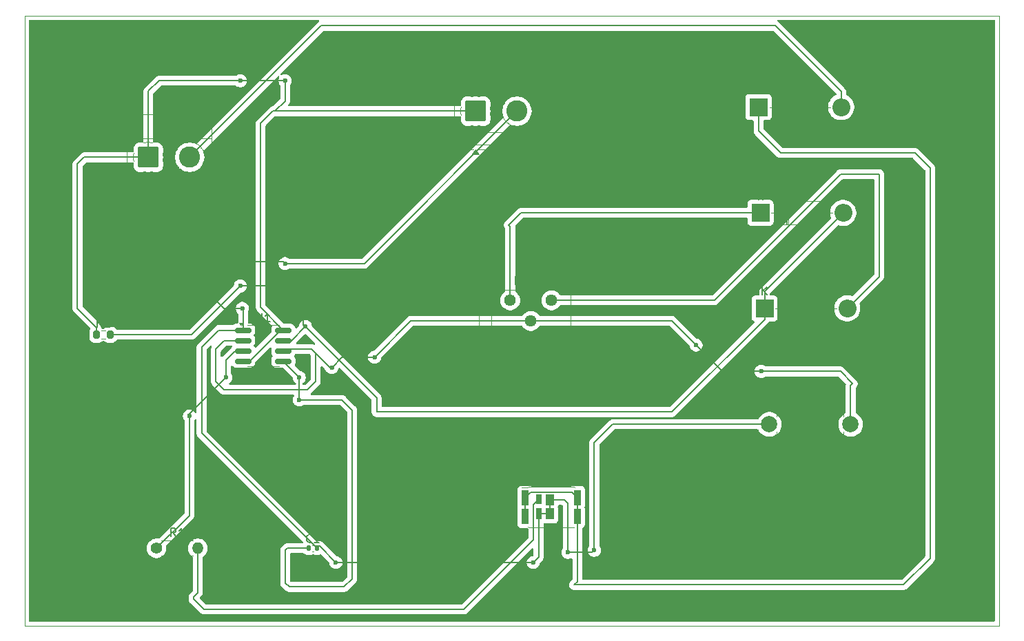
<source format=gtp>
%TF.GenerationSoftware,KiCad,Pcbnew,9.0.0*%
%TF.CreationDate,2025-03-20T10:04:39+05:30*%
%TF.ProjectId,Buck Convertor,4275636b-2043-46f6-9e76-6572746f722e,rev?*%
%TF.SameCoordinates,Original*%
%TF.FileFunction,Paste,Top*%
%TF.FilePolarity,Positive*%
%FSLAX46Y46*%
G04 Gerber Fmt 4.6, Leading zero omitted, Abs format (unit mm)*
G04 Created by KiCad (PCBNEW 9.0.0) date 2025-03-20 10:04:39*
%MOMM*%
%LPD*%
G01*
G04 APERTURE LIST*
G04 Aperture macros list*
%AMRoundRect*
0 Rectangle with rounded corners*
0 $1 Rounding radius*
0 $2 $3 $4 $5 $6 $7 $8 $9 X,Y pos of 4 corners*
0 Add a 4 corners polygon primitive as box body*
4,1,4,$2,$3,$4,$5,$6,$7,$8,$9,$2,$3,0*
0 Add four circle primitives for the rounded corners*
1,1,$1+$1,$2,$3*
1,1,$1+$1,$4,$5*
1,1,$1+$1,$6,$7*
1,1,$1+$1,$8,$9*
0 Add four rect primitives between the rounded corners*
20,1,$1+$1,$2,$3,$4,$5,0*
20,1,$1+$1,$4,$5,$6,$7,0*
20,1,$1+$1,$6,$7,$8,$9,0*
20,1,$1+$1,$8,$9,$2,$3,0*%
G04 Aperture macros list end*
%ADD10RoundRect,0.140000X-0.140000X-0.170000X0.140000X-0.170000X0.140000X0.170000X-0.140000X0.170000X0*%
%ADD11RoundRect,0.150000X-0.825000X-0.150000X0.825000X-0.150000X0.825000X0.150000X-0.825000X0.150000X0*%
%ADD12RoundRect,0.200000X-0.200000X-0.275000X0.200000X-0.275000X0.200000X0.275000X-0.200000X0.275000X0*%
%ADD13R,0.900000X1.850000*%
%ADD14R,0.650000X1.150000*%
%ADD15R,0.650000X1.350000*%
%ADD16R,1.000000X1.350000*%
%TA.AperFunction,ComponentPad*%
%ADD17C,1.440000*%
%TD*%
%TA.AperFunction,ComponentPad*%
%ADD18C,1.400000*%
%TD*%
%TA.AperFunction,ComponentPad*%
%ADD19O,1.400000X1.400000*%
%TD*%
%TA.AperFunction,ComponentPad*%
%ADD20RoundRect,0.250000X-1.050000X-1.050000X1.050000X-1.050000X1.050000X1.050000X-1.050000X1.050000X0*%
%TD*%
%TA.AperFunction,ComponentPad*%
%ADD21C,2.600000*%
%TD*%
%TA.AperFunction,ComponentPad*%
%ADD22R,2.200000X2.200000*%
%TD*%
%TA.AperFunction,ComponentPad*%
%ADD23O,2.200000X2.200000*%
%TD*%
%TA.AperFunction,ComponentPad*%
%ADD24C,2.000000*%
%TD*%
%TA.AperFunction,ViaPad*%
%ADD25C,0.600000*%
%TD*%
%TA.AperFunction,Conductor*%
%ADD26C,0.200000*%
%TD*%
%ADD27C,1.440000*%
%ADD28C,1.400000*%
%ADD29O,1.400000X1.400000*%
%ADD30RoundRect,0.250000X-1.050000X-1.050000X1.050000X-1.050000X1.050000X1.050000X-1.050000X1.050000X0*%
%ADD31C,2.600000*%
%ADD32R,2.200000X2.200000*%
%ADD33O,2.200000X2.200000*%
%ADD34C,2.000000*%
%TA.AperFunction,SMDPad,CuDef*%
%ADD35RoundRect,0.140000X-0.140000X-0.170000X0.140000X-0.170000X0.140000X0.170000X-0.140000X0.170000X0*%
%TD*%
%TA.AperFunction,SMDPad,CuDef*%
%ADD36RoundRect,0.150000X-0.825000X-0.150000X0.825000X-0.150000X0.825000X0.150000X-0.825000X0.150000X0*%
%TD*%
%TA.AperFunction,SMDPad,CuDef*%
%ADD37RoundRect,0.200000X-0.200000X-0.275000X0.200000X-0.275000X0.200000X0.275000X-0.200000X0.275000X0*%
%TD*%
%TA.AperFunction,SMDPad,CuDef*%
%ADD38R,0.900000X1.850000*%
%TD*%
%TA.AperFunction,SMDPad,CuDef*%
%ADD39R,0.650000X1.150000*%
%TD*%
%TA.AperFunction,SMDPad,CuDef*%
%ADD40R,0.650000X1.350000*%
%TD*%
%TA.AperFunction,SMDPad,CuDef*%
%ADD41R,1.000000X1.350000*%
%TD*%
%ADD42C,0.150000*%
%ADD43C,0.120000*%
%TA.AperFunction,Profile*%
%ADD44C,0.050000*%
%TD*%
G04 APERTURE END LIST*
D10*
%TO.C,C1*%
X147425000Y-114750000D03*
X148385000Y-114750000D03*
%TD*%
D11*
%TO.C,U1*%
X139350000Y-87925000D03*
X139350000Y-89195000D03*
X139350000Y-90465000D03*
X139350000Y-91735000D03*
X144300000Y-91735000D03*
X144300000Y-90465000D03*
X144300000Y-89195000D03*
X144300000Y-87925000D03*
%TD*%
D12*
%TO.C,R2*%
X121350000Y-88500000D03*
X123000000Y-88500000D03*
%TD*%
D13*
%TO.C,Q1*%
X174000000Y-108500000D03*
X174000000Y-110850000D03*
X180400000Y-108500000D03*
X180400000Y-110850000D03*
D14*
X175650000Y-108725000D03*
D15*
X175650000Y-110525000D03*
D16*
X177025000Y-108825000D03*
X177025000Y-110525000D03*
%TD*%
D17*
%TO.P,RV1,1,1*%
%TO.N,Net-(D3-A)*%
X177250000Y-84250000D03*
%TO.P,RV1,2,2*%
%TO.N,Net-(U1-THR)*%
X174710000Y-86790000D03*
%TO.P,RV1,3,3*%
%TO.N,Net-(D2-K)*%
X172170000Y-84250000D03*
%TD*%
D18*
%TO.P,R1,1*%
%TO.N,Net-(U1-Q)*%
X128710000Y-114750000D03*
D19*
%TO.P,R1,2*%
%TO.N,Net-(Q1-G)*%
X133790000Y-114750000D03*
%TD*%
D20*
%TO.P,J2,1,Pin_1*%
%TO.N,Net-(J1-Pin_1)*%
X167920000Y-61000000D03*
D21*
%TO.P,J2,2,Pin_2*%
%TO.N,GND*%
X173000000Y-61000000D03*
%TD*%
D20*
%TO.P,J1,1,Pin_1*%
%TO.N,Net-(J1-Pin_1)*%
X127705000Y-66672500D03*
D21*
%TO.P,J1,2,Pin_2*%
%TO.N,Net-(D1-A)*%
X132785000Y-66672500D03*
%TD*%
D22*
%TO.P,D3,1,K*%
%TO.N,Net-(D2-A)*%
X203420000Y-85250000D03*
D23*
%TO.P,D3,2,A*%
%TO.N,Net-(D3-A)*%
X213580000Y-85250000D03*
%TD*%
D22*
%TO.P,D2,1,K*%
%TO.N,Net-(D2-K)*%
X202920000Y-73500000D03*
D23*
%TO.P,D2,2,A*%
%TO.N,Net-(D2-A)*%
X213080000Y-73500000D03*
%TD*%
D22*
%TO.P,D1,1,K*%
%TO.N,Net-(D1-K)*%
X202670000Y-60500000D03*
D23*
%TO.P,D1,2,A*%
%TO.N,Net-(D1-A)*%
X212830000Y-60500000D03*
%TD*%
D24*
%TO.P,C2,1*%
%TO.N,GND*%
X204000000Y-99500000D03*
%TO.P,C2,2*%
%TO.N,Net-(U1-THR)*%
X214000000Y-99500000D03*
%TD*%
D25*
%TO.N,Net-(J1-Pin_1)*%
X144500000Y-57250000D03*
X139000000Y-57250000D03*
%TO.N,Net-(U1-THR)*%
X203000000Y-93000000D03*
X195000000Y-89750000D03*
X150250000Y-92500000D03*
X155500000Y-91250000D03*
%TO.N,GND*%
X182500000Y-115000000D03*
X179250000Y-115250000D03*
X150750000Y-116500000D03*
X175000000Y-116500000D03*
X144500000Y-79750000D03*
X139250000Y-85250000D03*
%TO.N,Net-(U1-CV)*%
X146250000Y-96500000D03*
X146250000Y-93750000D03*
%TO.N,Net-(U1-Q)*%
X132750000Y-98500000D03*
X137250000Y-93750000D03*
%TO.N,Net-(D2-A)*%
X147000000Y-87500000D03*
X139000000Y-82500000D03*
%TD*%
D26*
%TO.N,Net-(J1-Pin_1)*%
X139000000Y-57250000D02*
X144500000Y-57250000D01*
%TO.N,Net-(U1-THR)*%
X198250000Y-93000000D02*
X203000000Y-93000000D01*
X195000000Y-89750000D02*
X198250000Y-93000000D01*
X151500000Y-91250000D02*
X150250000Y-92500000D01*
X155500000Y-91250000D02*
X151500000Y-91250000D01*
%TO.N,GND*%
X182250000Y-115250000D02*
X182500000Y-115000000D01*
X179250000Y-115250000D02*
X182250000Y-115250000D01*
X175000000Y-116500000D02*
X150750000Y-116500000D01*
X135750000Y-79500000D02*
X144250000Y-79500000D01*
X134500000Y-80750000D02*
X135750000Y-79500000D01*
X144250000Y-79500000D02*
X144500000Y-79750000D01*
X134500000Y-82750000D02*
X134500000Y-80750000D01*
X137000000Y-85250000D02*
X134500000Y-82750000D01*
X139250000Y-85250000D02*
X137000000Y-85250000D01*
%TO.N,Net-(U1-CV)*%
X146250000Y-93750000D02*
X146250000Y-96500000D01*
%TO.N,Net-(U1-Q)*%
X132750000Y-98250000D02*
X132750000Y-98500000D01*
X137250000Y-93750000D02*
X132750000Y-98250000D01*
%TO.N,Net-(D2-A)*%
X146750000Y-87250000D02*
X147000000Y-87500000D01*
X146750000Y-86250000D02*
X146750000Y-87250000D01*
X143000000Y-82500000D02*
X146750000Y-86250000D01*
X139000000Y-82500000D02*
X143000000Y-82500000D01*
%TD*%
D27*
%TO.C,RV1*%
X177250000Y-84250000D03*
X174710000Y-86790000D03*
X172170000Y-84250000D03*
%TD*%
D28*
%TO.C,R1*%
X128710000Y-114750000D03*
D29*
X133790000Y-114750000D03*
%TD*%
D30*
%TO.C,J2*%
X167920000Y-61000000D03*
D31*
X173000000Y-61000000D03*
%TD*%
D30*
%TO.C,J1*%
X127705000Y-66672500D03*
D31*
X132785000Y-66672500D03*
%TD*%
D32*
%TO.C,D3*%
X203420000Y-85250000D03*
D33*
X213580000Y-85250000D03*
%TD*%
D32*
%TO.C,D2*%
X202920000Y-73500000D03*
D33*
X213080000Y-73500000D03*
%TD*%
D32*
%TO.C,D1*%
X202670000Y-60500000D03*
D33*
X212830000Y-60500000D03*
%TD*%
D34*
%TO.C,C2*%
X204000000Y-99500000D03*
X214000000Y-99500000D03*
%TD*%
D35*
%TO.P,C1,1*%
%TO.N,Net-(U1-CV)*%
X147425000Y-114750000D03*
%TO.P,C1,2*%
%TO.N,GND*%
X148385000Y-114750000D03*
%TD*%
D36*
%TO.P,U1,1,GND*%
%TO.N,GND*%
X139350000Y-87925000D03*
%TO.P,U1,2,TR*%
%TO.N,Net-(U1-THR)*%
X139350000Y-89195000D03*
%TO.P,U1,3,Q*%
%TO.N,Net-(U1-Q)*%
X139350000Y-90465000D03*
%TO.P,U1,4,R*%
%TO.N,Net-(J1-Pin_1)*%
X139350000Y-91735000D03*
%TO.P,U1,5,CV*%
%TO.N,Net-(U1-CV)*%
X144300000Y-91735000D03*
%TO.P,U1,6,THR*%
%TO.N,Net-(U1-THR)*%
X144300000Y-90465000D03*
%TO.P,U1,7,DIS*%
%TO.N,Net-(D2-A)*%
X144300000Y-89195000D03*
%TO.P,U1,8,VCC*%
%TO.N,Net-(J1-Pin_1)*%
X144300000Y-87925000D03*
%TD*%
D17*
%TO.P,RV1,1,1*%
%TO.N,Net-(D3-A)*%
X177250000Y-84250000D03*
%TO.P,RV1,2,2*%
%TO.N,Net-(U1-THR)*%
X174710000Y-86790000D03*
%TO.P,RV1,3,3*%
%TO.N,Net-(D2-K)*%
X172170000Y-84250000D03*
%TD*%
D37*
%TO.P,R2,1*%
%TO.N,Net-(J1-Pin_1)*%
X121350000Y-88500000D03*
%TO.P,R2,2*%
%TO.N,Net-(D2-A)*%
X123000000Y-88500000D03*
%TD*%
D18*
%TO.P,R1,1*%
%TO.N,Net-(U1-Q)*%
X128710000Y-114750000D03*
D19*
%TO.P,R1,2*%
%TO.N,Net-(Q1-G)*%
X133790000Y-114750000D03*
%TD*%
D38*
%TO.P,Q1,1,D*%
%TO.N,Net-(D1-K)*%
X174000000Y-108500000D03*
X174000000Y-110850000D03*
X180400000Y-108500000D03*
X180400000Y-110850000D03*
D39*
%TO.P,Q1,2,G*%
%TO.N,Net-(Q1-G)*%
X175650000Y-108725000D03*
D40*
%TO.P,Q1,3,S*%
%TO.N,GND*%
X175650000Y-110525000D03*
D41*
X177025000Y-108825000D03*
X177025000Y-110525000D03*
%TD*%
D20*
%TO.P,J2,1,Pin_1*%
%TO.N,Net-(J1-Pin_1)*%
X167920000Y-61000000D03*
D21*
%TO.P,J2,2,Pin_2*%
%TO.N,GND*%
X173000000Y-61000000D03*
%TD*%
D20*
%TO.P,J1,1,Pin_1*%
%TO.N,Net-(J1-Pin_1)*%
X127705000Y-66672500D03*
D21*
%TO.P,J1,2,Pin_2*%
%TO.N,Net-(D1-A)*%
X132785000Y-66672500D03*
%TD*%
D22*
%TO.P,D3,1,K*%
%TO.N,Net-(D2-A)*%
X203420000Y-85250000D03*
D23*
%TO.P,D3,2,A*%
%TO.N,Net-(D3-A)*%
X213580000Y-85250000D03*
%TD*%
D22*
%TO.P,D2,1,K*%
%TO.N,Net-(D2-K)*%
X202920000Y-73500000D03*
D23*
%TO.P,D2,2,A*%
%TO.N,Net-(D2-A)*%
X213080000Y-73500000D03*
%TD*%
D22*
%TO.P,D1,1,K*%
%TO.N,Net-(D1-K)*%
X202670000Y-60500000D03*
D23*
%TO.P,D1,2,A*%
%TO.N,Net-(D1-A)*%
X212830000Y-60500000D03*
%TD*%
D24*
%TO.P,C2,1*%
%TO.N,GND*%
X204000000Y-99500000D03*
%TO.P,C2,2*%
%TO.N,Net-(U1-THR)*%
X214000000Y-99500000D03*
%TD*%
D25*
%TO.N,Net-(J1-Pin_1)*%
X144500000Y-57250000D03*
X139000000Y-57250000D03*
%TO.N,Net-(U1-THR)*%
X203000000Y-93000000D03*
X195000000Y-89750000D03*
X150250000Y-92500000D03*
X155500000Y-91250000D03*
%TO.N,GND*%
X182500000Y-115000000D03*
X179250000Y-115250000D03*
X150750000Y-116500000D03*
X175000000Y-116500000D03*
X144500000Y-79750000D03*
X139250000Y-85250000D03*
%TO.N,Net-(U1-CV)*%
X146250000Y-96500000D03*
X146250000Y-93750000D03*
%TO.N,Net-(U1-Q)*%
X132750000Y-98500000D03*
X137250000Y-93750000D03*
%TO.N,Net-(D2-A)*%
X147000000Y-87500000D03*
X139000000Y-82500000D03*
%TD*%
D26*
%TO.N,Net-(U1-CV)*%
X144750000Y-114750000D02*
X147585000Y-114750000D01*
X144500000Y-115000000D02*
X144750000Y-114750000D01*
X144500000Y-119000000D02*
X144500000Y-115000000D01*
X145000000Y-119500000D02*
X144500000Y-119000000D01*
%TO.N,Net-(J1-Pin_1)*%
X144500000Y-57250000D02*
X144500000Y-59750000D01*
X144500000Y-59750000D02*
X143250000Y-61000000D01*
X143250000Y-61000000D02*
X143000000Y-61000000D01*
X129000000Y-57250000D02*
X139000000Y-57250000D01*
X127705000Y-58545000D02*
X129000000Y-57250000D01*
X127705000Y-66672500D02*
X127705000Y-58545000D01*
%TO.N,Net-(U1-THR)*%
X214000000Y-94750000D02*
X214000000Y-99500000D01*
X214250000Y-94500000D02*
X214000000Y-94750000D01*
X212750000Y-93000000D02*
X214250000Y-94500000D01*
X203000000Y-93000000D02*
X212750000Y-93000000D01*
X192040000Y-86790000D02*
X195000000Y-89750000D01*
X174710000Y-86790000D02*
X192040000Y-86790000D01*
X150000000Y-92500000D02*
X148250000Y-90750000D01*
X150250000Y-92500000D02*
X150000000Y-92500000D01*
X159960000Y-86790000D02*
X155500000Y-91250000D01*
X174710000Y-86790000D02*
X159960000Y-86790000D01*
%TO.N,GND*%
X184750000Y-99500000D02*
X204000000Y-99500000D01*
X182500000Y-101750000D02*
X184750000Y-99500000D01*
X182500000Y-115000000D02*
X182500000Y-101750000D01*
X148499000Y-114476000D02*
X148225000Y-114750000D01*
X150750000Y-116500000D02*
X148726000Y-114476000D01*
X148726000Y-114476000D02*
X148499000Y-114476000D01*
X175650000Y-115850000D02*
X175000000Y-116500000D01*
X175650000Y-110525000D02*
X175650000Y-115850000D01*
%TO.N,Net-(Q1-G)*%
X133790000Y-120210000D02*
X133790000Y-114750000D01*
X133250000Y-120750000D02*
X133790000Y-120210000D01*
X133250000Y-121000000D02*
X133250000Y-120750000D01*
X175024000Y-113726000D02*
X175024000Y-109351000D01*
X166500000Y-122250000D02*
X175024000Y-113726000D01*
X175024000Y-109351000D02*
X175650000Y-108725000D01*
X134500000Y-122250000D02*
X166500000Y-122250000D01*
X133250000Y-121000000D02*
X134500000Y-122250000D01*
%TO.N,GND*%
X179250000Y-109250000D02*
X179250000Y-115250000D01*
X178825000Y-108825000D02*
X179250000Y-109250000D01*
X177025000Y-108825000D02*
X178825000Y-108825000D01*
X177025000Y-110525000D02*
X177025000Y-108825000D01*
X175650000Y-110525000D02*
X177025000Y-110525000D01*
%TO.N,Net-(D1-K)*%
X174000000Y-108500000D02*
X174000000Y-110850000D01*
X174651000Y-107849000D02*
X174000000Y-108500000D01*
X179749000Y-107849000D02*
X174651000Y-107849000D01*
X180400000Y-108500000D02*
X179749000Y-107849000D01*
X180400000Y-110850000D02*
X180400000Y-108500000D01*
X180400000Y-118850000D02*
X180400000Y-110850000D01*
X180000000Y-119250000D02*
X180400000Y-118850000D01*
X223750000Y-116000000D02*
X220500000Y-119250000D01*
X220500000Y-119250000D02*
X180000000Y-119250000D01*
X223750000Y-68000000D02*
X223750000Y-116000000D01*
X205375000Y-66125000D02*
X221875000Y-66125000D01*
X205375000Y-66125000D02*
X202670000Y-63420000D01*
X221875000Y-66125000D02*
X223750000Y-68000000D01*
X202670000Y-63420000D02*
X202670000Y-60500000D01*
%TO.N,Net-(D3-A)*%
X217500000Y-81330000D02*
X213580000Y-85250000D01*
X217500000Y-68750000D02*
X217500000Y-81330000D01*
X197250000Y-84250000D02*
X177250000Y-84250000D01*
X212750000Y-68750000D02*
X197250000Y-84250000D01*
X217500000Y-68750000D02*
X212750000Y-68750000D01*
%TO.N,Net-(D2-K)*%
X172170000Y-75170000D02*
X172170000Y-84250000D01*
X172000000Y-75000000D02*
X172170000Y-75170000D01*
X173500000Y-73500000D02*
X172000000Y-75000000D01*
X202920000Y-73500000D02*
X173500000Y-73500000D01*
%TO.N,Net-(D2-A)*%
X203420000Y-83160000D02*
X213080000Y-73500000D01*
X203420000Y-85250000D02*
X203420000Y-83160000D01*
X203420000Y-86580000D02*
X203420000Y-85250000D01*
X192000000Y-98000000D02*
X203420000Y-86580000D01*
X155750000Y-96250000D02*
X155750000Y-98000000D01*
X155750000Y-98000000D02*
X192000000Y-98000000D01*
X147000000Y-87500000D02*
X155750000Y-96250000D01*
%TO.N,GND*%
X154250000Y-79750000D02*
X173000000Y-61000000D01*
X144500000Y-79750000D02*
X154250000Y-79750000D01*
X139350000Y-85350000D02*
X139250000Y-85250000D01*
X139350000Y-87925000D02*
X139350000Y-85350000D01*
%TO.N,Net-(U1-CV)*%
X152750000Y-118500000D02*
X151750000Y-119500000D01*
X151750000Y-119500000D02*
X145000000Y-119500000D01*
X151500000Y-96500000D02*
X152750000Y-97750000D01*
X152750000Y-97750000D02*
X152750000Y-118500000D01*
X146250000Y-96500000D02*
X151500000Y-96500000D01*
X146250000Y-93685000D02*
X146250000Y-93750000D01*
X144300000Y-91735000D02*
X146250000Y-93685000D01*
%TO.N,Net-(U1-Q)*%
X132750000Y-110710000D02*
X128710000Y-114750000D01*
X132750000Y-98500000D02*
X132750000Y-110710000D01*
X137250000Y-91590001D02*
X137250000Y-93750000D01*
X138375001Y-90465000D02*
X137250000Y-91590001D01*
X139350000Y-90465000D02*
X138375001Y-90465000D01*
%TO.N,GND*%
X134250000Y-100615130D02*
X148225000Y-114590130D01*
X134250000Y-90000000D02*
X134250000Y-100615130D01*
X148225000Y-114590130D02*
X148225000Y-114750000D01*
X134250000Y-90000000D02*
X136325000Y-87925000D01*
X136325000Y-87925000D02*
X139350000Y-87925000D01*
%TO.N,Net-(D2-A)*%
X145305000Y-89195000D02*
X144300000Y-89195000D01*
X147000000Y-87500000D02*
X145305000Y-89195000D01*
%TO.N,Net-(U1-THR)*%
X137305000Y-89195000D02*
X139350000Y-89195000D01*
X137250000Y-89250000D02*
X137305000Y-89195000D01*
X137000000Y-89250000D02*
X137250000Y-89250000D01*
X136000000Y-90250000D02*
X137000000Y-89250000D01*
X136000000Y-94250000D02*
X136000000Y-90250000D01*
X147250000Y-95250000D02*
X137000000Y-95250000D01*
X148250000Y-94250000D02*
X147250000Y-95250000D01*
X137000000Y-95250000D02*
X136000000Y-94250000D01*
X147750000Y-90250000D02*
X148250000Y-90750000D01*
X144515000Y-90250000D02*
X147750000Y-90250000D01*
X144300000Y-90465000D02*
X144515000Y-90250000D01*
X148250000Y-90750000D02*
X148250000Y-94250000D01*
%TO.N,Net-(D2-A)*%
X133000000Y-88500000D02*
X139000000Y-82500000D01*
X123000000Y-88500000D02*
X133000000Y-88500000D01*
%TO.N,Net-(J1-Pin_1)*%
X140143032Y-91735000D02*
X139350000Y-91735000D01*
X143953032Y-87925000D02*
X140143032Y-91735000D01*
X144300000Y-87925000D02*
X143953032Y-87925000D01*
X141500000Y-85125000D02*
X144300000Y-87925000D01*
X141500000Y-62500000D02*
X141500000Y-85125000D01*
X143000000Y-61000000D02*
X141500000Y-62500000D01*
X167920000Y-61000000D02*
X143250000Y-61000000D01*
X121350000Y-87600000D02*
X121350000Y-88500000D01*
X119000000Y-85250000D02*
X121350000Y-87600000D01*
X119000000Y-67500000D02*
X119000000Y-85250000D01*
X119827500Y-66672500D02*
X119000000Y-67500000D01*
X127705000Y-66672500D02*
X119827500Y-66672500D01*
%TO.N,Net-(D1-A)*%
X204750000Y-50500000D02*
X212830000Y-58580000D01*
X148957500Y-50500000D02*
X204750000Y-50500000D01*
X212830000Y-58580000D02*
X212830000Y-60500000D01*
X132785000Y-66672500D02*
X148957500Y-50500000D01*
%TD*%
%TA.AperFunction,NonConductor*%
G36*
X147043333Y-88408415D02*
G01*
X147087680Y-88436916D01*
X148166135Y-89515371D01*
X148199620Y-89576694D01*
X148194636Y-89646386D01*
X148152764Y-89702319D01*
X148087300Y-89726736D01*
X148019027Y-89711884D01*
X148016455Y-89710440D01*
X147981783Y-89690422D01*
X147909877Y-89671155D01*
X147829057Y-89649499D01*
X147670943Y-89649499D01*
X147663347Y-89649499D01*
X147663331Y-89649500D01*
X145999096Y-89649500D01*
X145932057Y-89629815D01*
X145886302Y-89577011D01*
X145876358Y-89507853D01*
X145905383Y-89444297D01*
X145911415Y-89437819D01*
X146912318Y-88436916D01*
X146973641Y-88403431D01*
X147043333Y-88408415D01*
G37*
%TD.AperFunction*%
%TA.AperFunction,NonConductor*%
G36*
X137864876Y-89797198D02*
G01*
X137870795Y-89796053D01*
X137898018Y-89806929D01*
X137926132Y-89815185D01*
X137930078Y-89819738D01*
X137935677Y-89821976D01*
X137952699Y-89845844D01*
X137971887Y-89867989D01*
X137972744Y-89873953D01*
X137976245Y-89878862D01*
X137977659Y-89908138D01*
X137981831Y-89937147D01*
X137979396Y-89944064D01*
X137979618Y-89948651D01*
X137966523Y-89981426D01*
X137966177Y-89982026D01*
X137923256Y-90054602D01*
X137922151Y-90058402D01*
X137916432Y-90068325D01*
X137896683Y-90094080D01*
X136881286Y-91109479D01*
X136812181Y-91178584D01*
X136750858Y-91212069D01*
X136681166Y-91207085D01*
X136625233Y-91165213D01*
X136600816Y-91099749D01*
X136600500Y-91090903D01*
X136600500Y-90550097D01*
X136620185Y-90483058D01*
X136636819Y-90462416D01*
X137212416Y-89886820D01*
X137273739Y-89853335D01*
X137300097Y-89850501D01*
X137329054Y-89850501D01*
X137329057Y-89850501D01*
X137481785Y-89809577D01*
X137481787Y-89809575D01*
X137481789Y-89809575D01*
X137489299Y-89806465D01*
X137490216Y-89808679D01*
X137539393Y-89795500D01*
X137859093Y-89795500D01*
X137864876Y-89797198D01*
G37*
%TD.AperFunction*%
%TA.AperFunction,NonConductor*%
G36*
X147516942Y-90870185D02*
G01*
X147537584Y-90886819D01*
X147613181Y-90962416D01*
X147646666Y-91023739D01*
X147649500Y-91050097D01*
X147649500Y-93949902D01*
X147629815Y-94016941D01*
X147613181Y-94037583D01*
X147037584Y-94613181D01*
X146976261Y-94646666D01*
X146949903Y-94649500D01*
X146753439Y-94649500D01*
X146686400Y-94629815D01*
X146640645Y-94577011D01*
X146630701Y-94507853D01*
X146659726Y-94444297D01*
X146684548Y-94422398D01*
X146713981Y-94402730D01*
X146760289Y-94371789D01*
X146871789Y-94260289D01*
X146959394Y-94129179D01*
X147019737Y-93983497D01*
X147050500Y-93828842D01*
X147050500Y-93671158D01*
X147050500Y-93671155D01*
X147050499Y-93671153D01*
X147019737Y-93516503D01*
X147017163Y-93510288D01*
X146959397Y-93370827D01*
X146959390Y-93370814D01*
X146871789Y-93239711D01*
X146871786Y-93239707D01*
X146760292Y-93128213D01*
X146760288Y-93128210D01*
X146629185Y-93040609D01*
X146629172Y-93040602D01*
X146483501Y-92980264D01*
X146483489Y-92980261D01*
X146409291Y-92965502D01*
X146347380Y-92933117D01*
X146345801Y-92931566D01*
X145732654Y-92318419D01*
X145699169Y-92257096D01*
X145704153Y-92187404D01*
X145713604Y-92167616D01*
X145726744Y-92145398D01*
X145772598Y-91987569D01*
X145775500Y-91950694D01*
X145775500Y-91519306D01*
X145772598Y-91482431D01*
X145726744Y-91324602D01*
X145643081Y-91183135D01*
X145643078Y-91183132D01*
X145638298Y-91176969D01*
X145640750Y-91175066D01*
X145614155Y-91126421D01*
X145619104Y-91056726D01*
X145629574Y-91035221D01*
X145637243Y-91022702D01*
X145643081Y-91016865D01*
X145705959Y-90910543D01*
X145706463Y-90909721D01*
X145731693Y-90886889D01*
X145756534Y-90863696D01*
X145757604Y-90863442D01*
X145758270Y-90862840D01*
X145764506Y-90861805D01*
X145812197Y-90850500D01*
X147449903Y-90850500D01*
X147516942Y-90870185D01*
G37*
%TD.AperFunction*%
%TA.AperFunction,NonConductor*%
G36*
X142747447Y-90082332D02*
G01*
X142803380Y-90124204D01*
X142827797Y-90189668D01*
X142827731Y-90208241D01*
X142824500Y-90249295D01*
X142824500Y-90680701D01*
X142827401Y-90717567D01*
X142827402Y-90717573D01*
X142873254Y-90875393D01*
X142873255Y-90875396D01*
X142873256Y-90875398D01*
X142910681Y-90938681D01*
X142956917Y-91016862D01*
X142961702Y-91023031D01*
X142959256Y-91024927D01*
X142985857Y-91073642D01*
X142980873Y-91143334D01*
X142960069Y-91175703D01*
X142961702Y-91176969D01*
X142956917Y-91183137D01*
X142873255Y-91324603D01*
X142873254Y-91324606D01*
X142827402Y-91482426D01*
X142827401Y-91482432D01*
X142824500Y-91519298D01*
X142824500Y-91950701D01*
X142827401Y-91987567D01*
X142827402Y-91987573D01*
X142873254Y-92145393D01*
X142873255Y-92145396D01*
X142956917Y-92286862D01*
X142956923Y-92286870D01*
X143073129Y-92403076D01*
X143073133Y-92403079D01*
X143073135Y-92403081D01*
X143214602Y-92486744D01*
X143256224Y-92498836D01*
X143372426Y-92532597D01*
X143372429Y-92532597D01*
X143372431Y-92532598D01*
X143409306Y-92535500D01*
X144199903Y-92535500D01*
X144266942Y-92555185D01*
X144287584Y-92571819D01*
X145413181Y-93697416D01*
X145446666Y-93758739D01*
X145449500Y-93785097D01*
X145449500Y-93828846D01*
X145480261Y-93983489D01*
X145480264Y-93983501D01*
X145540602Y-94129172D01*
X145540609Y-94129185D01*
X145628210Y-94260288D01*
X145628213Y-94260292D01*
X145739707Y-94371786D01*
X145739711Y-94371789D01*
X145815452Y-94422398D01*
X145860257Y-94476010D01*
X145868964Y-94545335D01*
X145838810Y-94608363D01*
X145779366Y-94645082D01*
X145746561Y-94649500D01*
X137753439Y-94649500D01*
X137686400Y-94629815D01*
X137640645Y-94577011D01*
X137630701Y-94507853D01*
X137659726Y-94444297D01*
X137684548Y-94422398D01*
X137713981Y-94402730D01*
X137760289Y-94371789D01*
X137871789Y-94260289D01*
X137959394Y-94129179D01*
X138019737Y-93983497D01*
X138050500Y-93828842D01*
X138050500Y-93671158D01*
X138050500Y-93671155D01*
X138050499Y-93671153D01*
X138019737Y-93516503D01*
X138017163Y-93510288D01*
X137959397Y-93370827D01*
X137959390Y-93370814D01*
X137871398Y-93239125D01*
X137850520Y-93172447D01*
X137850500Y-93170234D01*
X137850500Y-92429809D01*
X137870185Y-92362770D01*
X137922989Y-92317015D01*
X137992147Y-92307071D01*
X138055703Y-92336096D01*
X138062181Y-92342128D01*
X138123129Y-92403076D01*
X138123133Y-92403079D01*
X138123135Y-92403081D01*
X138264602Y-92486744D01*
X138306224Y-92498836D01*
X138422426Y-92532597D01*
X138422429Y-92532597D01*
X138422431Y-92532598D01*
X138459306Y-92535500D01*
X138459314Y-92535500D01*
X140240686Y-92535500D01*
X140240694Y-92535500D01*
X140277569Y-92532598D01*
X140277571Y-92532597D01*
X140277573Y-92532597D01*
X140322724Y-92519479D01*
X140435398Y-92486744D01*
X140576865Y-92403081D01*
X140693081Y-92286865D01*
X140776744Y-92145398D01*
X140822598Y-91987569D01*
X140825500Y-91950694D01*
X140825500Y-91950675D01*
X140825595Y-91948266D01*
X140825690Y-91948269D01*
X140825691Y-91948267D01*
X140825761Y-91948272D01*
X140826912Y-91948317D01*
X140845185Y-91886089D01*
X140861814Y-91865452D01*
X142616434Y-90110831D01*
X142677755Y-90077348D01*
X142747447Y-90082332D01*
G37*
%TD.AperFunction*%
%TA.AperFunction,NonConductor*%
G36*
X135380047Y-89804192D02*
G01*
X135396386Y-89805361D01*
X135411813Y-89816909D01*
X135429704Y-89824072D01*
X135439205Y-89837414D01*
X135452320Y-89847232D01*
X135459054Y-89865288D01*
X135470233Y-89880986D01*
X135471012Y-89897349D01*
X135476737Y-89912697D01*
X135472640Y-89931526D01*
X135473558Y-89950777D01*
X135462379Y-89978698D01*
X135461885Y-89980970D01*
X135460440Y-89983542D01*
X135440425Y-90018207D01*
X135440424Y-90018210D01*
X135431299Y-90052265D01*
X135399499Y-90170943D01*
X135399499Y-90170945D01*
X135399499Y-90339046D01*
X135399500Y-90339059D01*
X135399500Y-94163330D01*
X135399499Y-94163348D01*
X135399499Y-94329054D01*
X135399498Y-94329054D01*
X135440424Y-94481789D01*
X135440425Y-94481790D01*
X135461455Y-94518214D01*
X135461456Y-94518216D01*
X135519475Y-94618709D01*
X135519481Y-94618717D01*
X135638349Y-94737585D01*
X135638354Y-94737589D01*
X136631284Y-95730520D01*
X136631286Y-95730521D01*
X136631290Y-95730524D01*
X136701718Y-95771185D01*
X136768216Y-95809577D01*
X136920943Y-95850501D01*
X136920945Y-95850501D01*
X137086654Y-95850501D01*
X137086670Y-95850500D01*
X145489241Y-95850500D01*
X145556280Y-95870185D01*
X145602035Y-95922989D01*
X145611979Y-95992147D01*
X145592343Y-96043391D01*
X145540609Y-96120815D01*
X145540602Y-96120827D01*
X145480264Y-96266498D01*
X145480261Y-96266510D01*
X145449500Y-96421153D01*
X145449500Y-96578846D01*
X145480261Y-96733489D01*
X145480264Y-96733501D01*
X145540602Y-96879172D01*
X145540609Y-96879185D01*
X145628210Y-97010288D01*
X145628213Y-97010292D01*
X145739707Y-97121786D01*
X145739711Y-97121789D01*
X145870814Y-97209390D01*
X145870827Y-97209397D01*
X146016498Y-97269735D01*
X146016503Y-97269737D01*
X146171153Y-97300499D01*
X146171156Y-97300500D01*
X146171158Y-97300500D01*
X146328844Y-97300500D01*
X146328845Y-97300499D01*
X146483497Y-97269737D01*
X146629179Y-97209394D01*
X146629185Y-97209390D01*
X146760875Y-97121398D01*
X146827553Y-97100520D01*
X146829766Y-97100500D01*
X151199903Y-97100500D01*
X151266942Y-97120185D01*
X151287584Y-97136819D01*
X152113181Y-97962416D01*
X152146666Y-98023739D01*
X152149500Y-98050097D01*
X152149500Y-118199902D01*
X152129815Y-118266941D01*
X152113181Y-118287583D01*
X151537584Y-118863181D01*
X151476261Y-118896666D01*
X151449903Y-118899500D01*
X145300098Y-118899500D01*
X145270657Y-118890855D01*
X145240671Y-118884332D01*
X145235655Y-118880577D01*
X145233059Y-118879815D01*
X145212417Y-118863181D01*
X145136819Y-118787583D01*
X145103334Y-118726260D01*
X145100500Y-118699902D01*
X145100500Y-115474500D01*
X145120185Y-115407461D01*
X145172989Y-115361706D01*
X145224500Y-115350500D01*
X146758334Y-115350500D01*
X146825373Y-115370185D01*
X146846016Y-115386820D01*
X146889307Y-115430112D01*
X146889311Y-115430115D01*
X146889313Y-115430117D01*
X147028605Y-115512494D01*
X147045581Y-115517426D01*
X147184002Y-115557642D01*
X147184005Y-115557642D01*
X147184007Y-115557643D01*
X147220310Y-115560500D01*
X147220318Y-115560500D01*
X147629682Y-115560500D01*
X147629690Y-115560500D01*
X147665993Y-115557643D01*
X147665995Y-115557642D01*
X147665997Y-115557642D01*
X147706975Y-115545736D01*
X147821395Y-115512494D01*
X147841879Y-115500379D01*
X147909601Y-115483196D01*
X147968119Y-115500379D01*
X147988605Y-115512494D01*
X147988607Y-115512494D01*
X147988608Y-115512495D01*
X148144002Y-115557642D01*
X148144005Y-115557642D01*
X148144007Y-115557643D01*
X148180310Y-115560500D01*
X148180318Y-115560500D01*
X148589682Y-115560500D01*
X148589690Y-115560500D01*
X148625993Y-115557643D01*
X148625995Y-115557642D01*
X148625997Y-115557642D01*
X148666975Y-115545736D01*
X148781395Y-115512494D01*
X148781463Y-115512453D01*
X148781523Y-115512438D01*
X148788554Y-115509396D01*
X148789044Y-115510529D01*
X148849185Y-115495269D01*
X148915448Y-115517426D01*
X148932268Y-115531503D01*
X149915425Y-116514660D01*
X149948910Y-116575983D01*
X149949361Y-116578149D01*
X149980261Y-116733491D01*
X149980264Y-116733501D01*
X150040602Y-116879172D01*
X150040609Y-116879185D01*
X150128210Y-117010288D01*
X150128213Y-117010292D01*
X150239707Y-117121786D01*
X150239711Y-117121789D01*
X150370814Y-117209390D01*
X150370827Y-117209397D01*
X150516498Y-117269735D01*
X150516503Y-117269737D01*
X150671153Y-117300499D01*
X150671156Y-117300500D01*
X150671158Y-117300500D01*
X150828844Y-117300500D01*
X150828845Y-117300499D01*
X150983497Y-117269737D01*
X151129179Y-117209394D01*
X151260289Y-117121789D01*
X151371789Y-117010289D01*
X151459394Y-116879179D01*
X151519737Y-116733497D01*
X151550500Y-116578842D01*
X151550500Y-116421158D01*
X151550500Y-116421155D01*
X151550499Y-116421153D01*
X151519737Y-116266503D01*
X151505357Y-116231786D01*
X151459395Y-116120823D01*
X151459390Y-116120814D01*
X151371789Y-115989711D01*
X151371786Y-115989707D01*
X151260292Y-115878213D01*
X151260288Y-115878210D01*
X151129185Y-115790609D01*
X151129172Y-115790602D01*
X150983501Y-115730264D01*
X150983491Y-115730261D01*
X150828149Y-115699361D01*
X150766238Y-115666976D01*
X150764660Y-115665425D01*
X149213590Y-114114355D01*
X149213588Y-114114352D01*
X149094717Y-113995481D01*
X149094716Y-113995480D01*
X149007904Y-113945360D01*
X149007904Y-113945359D01*
X149007900Y-113945358D01*
X148957785Y-113916423D01*
X148805057Y-113875499D01*
X148646943Y-113875499D01*
X148639347Y-113875499D01*
X148639331Y-113875500D01*
X148585670Y-113875500D01*
X148585654Y-113875499D01*
X148578058Y-113875499D01*
X148419943Y-113875499D01*
X148411816Y-113875499D01*
X148411816Y-113872151D01*
X148358087Y-113863710D01*
X148323384Y-113839278D01*
X134886819Y-100402713D01*
X134853334Y-100341390D01*
X134850500Y-100315032D01*
X134850500Y-90300097D01*
X134870185Y-90233058D01*
X134886819Y-90212416D01*
X135056749Y-90042486D01*
X135265374Y-89833860D01*
X135282285Y-89824626D01*
X135296232Y-89811328D01*
X135312318Y-89808227D01*
X135326695Y-89800377D01*
X135345915Y-89801751D01*
X135364839Y-89798104D01*
X135380047Y-89804192D01*
G37*
%TD.AperFunction*%
%TA.AperFunction,NonConductor*%
G36*
X148658936Y-49770185D02*
G01*
X148704691Y-49822989D01*
X148714635Y-49892147D01*
X148685610Y-49955703D01*
X148653897Y-49981887D01*
X148588787Y-50019477D01*
X148588782Y-50019481D01*
X148476978Y-50131286D01*
X133621128Y-64987135D01*
X133559805Y-65020620D01*
X133490113Y-65015636D01*
X133486014Y-65014023D01*
X133364993Y-64963894D01*
X133137014Y-64902807D01*
X133137013Y-64902806D01*
X133137010Y-64902806D01*
X132903020Y-64872001D01*
X132903017Y-64872000D01*
X132903011Y-64872000D01*
X132666989Y-64872000D01*
X132666983Y-64872000D01*
X132666979Y-64872001D01*
X132432989Y-64902806D01*
X132205006Y-64963894D01*
X131986954Y-65054214D01*
X131986943Y-65054219D01*
X131782545Y-65172230D01*
X131595302Y-65315906D01*
X131595295Y-65315912D01*
X131428412Y-65482795D01*
X131428406Y-65482802D01*
X131284730Y-65670045D01*
X131166719Y-65874443D01*
X131166714Y-65874454D01*
X131076394Y-66092506D01*
X131015306Y-66320489D01*
X130984501Y-66554479D01*
X130984500Y-66554489D01*
X130984500Y-66790511D01*
X131015307Y-67024514D01*
X131043916Y-67131284D01*
X131076394Y-67252493D01*
X131166714Y-67470545D01*
X131166719Y-67470556D01*
X131194965Y-67519478D01*
X131284727Y-67674950D01*
X131284729Y-67674953D01*
X131284730Y-67674954D01*
X131428406Y-67862197D01*
X131428412Y-67862204D01*
X131595295Y-68029087D01*
X131595302Y-68029093D01*
X131611909Y-68041836D01*
X131782550Y-68172773D01*
X131913918Y-68248618D01*
X131986943Y-68290780D01*
X131986948Y-68290782D01*
X131986951Y-68290784D01*
X132205007Y-68381106D01*
X132432986Y-68442193D01*
X132666989Y-68473000D01*
X132666996Y-68473000D01*
X132903004Y-68473000D01*
X132903011Y-68473000D01*
X133137014Y-68442193D01*
X133364993Y-68381106D01*
X133583049Y-68290784D01*
X133787450Y-68172773D01*
X133974699Y-68029092D01*
X134141592Y-67862199D01*
X134285273Y-67674950D01*
X134403284Y-67470549D01*
X134493606Y-67252493D01*
X134554693Y-67024514D01*
X134585500Y-66790511D01*
X134585500Y-66554489D01*
X134554693Y-66320486D01*
X134493606Y-66092507D01*
X134443484Y-65971503D01*
X134436015Y-65902034D01*
X134467290Y-65839554D01*
X134470336Y-65836397D01*
X143614597Y-56692137D01*
X143675919Y-56658653D01*
X143745611Y-56663637D01*
X143801544Y-56705509D01*
X143825961Y-56770973D01*
X143811109Y-56839246D01*
X143805380Y-56848709D01*
X143790608Y-56870816D01*
X143790602Y-56870827D01*
X143730264Y-57016498D01*
X143730261Y-57016510D01*
X143699500Y-57171153D01*
X143699500Y-57328846D01*
X143730261Y-57483489D01*
X143730264Y-57483501D01*
X143790602Y-57629172D01*
X143790609Y-57629185D01*
X143878602Y-57760874D01*
X143899480Y-57827551D01*
X143899500Y-57829765D01*
X143899500Y-59449903D01*
X143879815Y-59516942D01*
X143863181Y-59537584D01*
X143037584Y-60363181D01*
X142976261Y-60396666D01*
X142949903Y-60399500D01*
X142920940Y-60399500D01*
X142880019Y-60410464D01*
X142880019Y-60410465D01*
X142844412Y-60420006D01*
X142768214Y-60440423D01*
X142768209Y-60440426D01*
X142631290Y-60519475D01*
X142631282Y-60519481D01*
X141019481Y-62131282D01*
X141019480Y-62131284D01*
X140978193Y-62202797D01*
X140969361Y-62218094D01*
X140969359Y-62218096D01*
X140940425Y-62268209D01*
X140940424Y-62268210D01*
X140940423Y-62268215D01*
X140899499Y-62420943D01*
X140899499Y-62420945D01*
X140899499Y-62589046D01*
X140899500Y-62589059D01*
X140899500Y-85038330D01*
X140899499Y-85038348D01*
X140899499Y-85204054D01*
X140899498Y-85204054D01*
X140940423Y-85356785D01*
X140951495Y-85375962D01*
X141019477Y-85493712D01*
X141019481Y-85493717D01*
X141138349Y-85612585D01*
X141138355Y-85612590D01*
X142867345Y-87341580D01*
X142900830Y-87402903D01*
X142895846Y-87472595D01*
X142886397Y-87492380D01*
X142873258Y-87514596D01*
X142873254Y-87514607D01*
X142827402Y-87672426D01*
X142827401Y-87672432D01*
X142824500Y-87709298D01*
X142824500Y-88140686D01*
X142824501Y-88140719D01*
X142824655Y-88142674D01*
X142824590Y-88142982D01*
X142824596Y-88143132D01*
X142824558Y-88143133D01*
X142810287Y-88211050D01*
X142788718Y-88240076D01*
X140963158Y-90065636D01*
X140942467Y-90076934D01*
X140924282Y-90091947D01*
X140912365Y-90093370D01*
X140901835Y-90099121D01*
X140878318Y-90097439D01*
X140854905Y-90100237D01*
X140844111Y-90094992D01*
X140832143Y-90094137D01*
X140813267Y-90080006D01*
X140792061Y-90069703D01*
X140780433Y-90055426D01*
X140776210Y-90052265D01*
X140769591Y-90042486D01*
X140769173Y-90041801D01*
X140693081Y-89913135D01*
X140687138Y-89907192D01*
X140679422Y-89894531D01*
X140674072Y-89874560D01*
X140664155Y-89856421D01*
X140665214Y-89841494D01*
X140661343Y-89827040D01*
X140667639Y-89807347D01*
X140669104Y-89786726D01*
X140679311Y-89770842D01*
X140682622Y-89760490D01*
X140689743Y-89754610D01*
X140689940Y-89754304D01*
X140688298Y-89753031D01*
X140693075Y-89746870D01*
X140693081Y-89746865D01*
X140776744Y-89605398D01*
X140822598Y-89447569D01*
X140825500Y-89410694D01*
X140825500Y-88979306D01*
X140822598Y-88942431D01*
X140810907Y-88902192D01*
X140776745Y-88784606D01*
X140776744Y-88784603D01*
X140776744Y-88784602D01*
X140693081Y-88643135D01*
X140693078Y-88643132D01*
X140688298Y-88636969D01*
X140690750Y-88635066D01*
X140664155Y-88586421D01*
X140669104Y-88516726D01*
X140689940Y-88484304D01*
X140688298Y-88483031D01*
X140693075Y-88476870D01*
X140693081Y-88476865D01*
X140776744Y-88335398D01*
X140822598Y-88177569D01*
X140825500Y-88140694D01*
X140825500Y-87709306D01*
X140822598Y-87672431D01*
X140822229Y-87671162D01*
X140776745Y-87514606D01*
X140776744Y-87514603D01*
X140776744Y-87514602D01*
X140693081Y-87373135D01*
X140693080Y-87373134D01*
X140693076Y-87373129D01*
X140576870Y-87256923D01*
X140576862Y-87256917D01*
X140435396Y-87173255D01*
X140435393Y-87173254D01*
X140277573Y-87127402D01*
X140277567Y-87127401D01*
X140240701Y-87124500D01*
X140240694Y-87124500D01*
X140074500Y-87124500D01*
X140007461Y-87104815D01*
X139961706Y-87052011D01*
X139950500Y-87000500D01*
X139950500Y-85675316D01*
X139959939Y-85627864D01*
X139999688Y-85531900D01*
X140019737Y-85483497D01*
X140050500Y-85328842D01*
X140050500Y-85171158D01*
X140050500Y-85171155D01*
X140050499Y-85171153D01*
X140025426Y-85045103D01*
X140019737Y-85016503D01*
X140013425Y-85001265D01*
X139959397Y-84870827D01*
X139959390Y-84870814D01*
X139871789Y-84739711D01*
X139871786Y-84739707D01*
X139760292Y-84628213D01*
X139760288Y-84628210D01*
X139629185Y-84540609D01*
X139629172Y-84540602D01*
X139483501Y-84480264D01*
X139483489Y-84480261D01*
X139328845Y-84449500D01*
X139328842Y-84449500D01*
X139171158Y-84449500D01*
X139171155Y-84449500D01*
X139016510Y-84480261D01*
X139016498Y-84480264D01*
X138870827Y-84540602D01*
X138870814Y-84540609D01*
X138739711Y-84628210D01*
X138739707Y-84628213D01*
X138628213Y-84739707D01*
X138628210Y-84739711D01*
X138540609Y-84870814D01*
X138540602Y-84870827D01*
X138480264Y-85016498D01*
X138480261Y-85016510D01*
X138449500Y-85171153D01*
X138449500Y-85328846D01*
X138480261Y-85483489D01*
X138480264Y-85483501D01*
X138540602Y-85629172D01*
X138540609Y-85629185D01*
X138628209Y-85760287D01*
X138628210Y-85760288D01*
X138628211Y-85760289D01*
X138713182Y-85845260D01*
X138746666Y-85906581D01*
X138749500Y-85932940D01*
X138749500Y-87000500D01*
X138729815Y-87067539D01*
X138677011Y-87113294D01*
X138625500Y-87124500D01*
X138459298Y-87124500D01*
X138422432Y-87127401D01*
X138422426Y-87127402D01*
X138264606Y-87173254D01*
X138264603Y-87173255D01*
X138123137Y-87256917D01*
X138123129Y-87256923D01*
X138091874Y-87288180D01*
X138030552Y-87321666D01*
X138004192Y-87324500D01*
X136245943Y-87324500D01*
X136093214Y-87365423D01*
X136088379Y-87368215D01*
X136079869Y-87373129D01*
X136079860Y-87373134D01*
X136079857Y-87373135D01*
X135956290Y-87444475D01*
X135956282Y-87444481D01*
X133769481Y-89631282D01*
X133769477Y-89631287D01*
X133722154Y-89713255D01*
X133722154Y-89713256D01*
X133690423Y-89768214D01*
X133679340Y-89809575D01*
X133649499Y-89920943D01*
X133649499Y-89920945D01*
X133649499Y-90089046D01*
X133649500Y-90089059D01*
X133649500Y-97996560D01*
X133629815Y-98063599D01*
X133577011Y-98109354D01*
X133507853Y-98119298D01*
X133444297Y-98090273D01*
X133422398Y-98065451D01*
X133371789Y-97989711D01*
X133371786Y-97989707D01*
X133260292Y-97878213D01*
X133260288Y-97878210D01*
X133129185Y-97790609D01*
X133129172Y-97790602D01*
X132983501Y-97730264D01*
X132983489Y-97730261D01*
X132828845Y-97699500D01*
X132828842Y-97699500D01*
X132671158Y-97699500D01*
X132671155Y-97699500D01*
X132516510Y-97730261D01*
X132516498Y-97730264D01*
X132370827Y-97790602D01*
X132370814Y-97790609D01*
X132239711Y-97878210D01*
X132239707Y-97878213D01*
X132128213Y-97989707D01*
X132128210Y-97989711D01*
X132040609Y-98120814D01*
X132040602Y-98120827D01*
X131980264Y-98266498D01*
X131980261Y-98266510D01*
X131949500Y-98421153D01*
X131949500Y-98578846D01*
X131980261Y-98733489D01*
X131980264Y-98733501D01*
X132040602Y-98879172D01*
X132040609Y-98879185D01*
X132128602Y-99010874D01*
X132149480Y-99077551D01*
X132149500Y-99079765D01*
X132149500Y-110409902D01*
X132129815Y-110476941D01*
X132113181Y-110497583D01*
X129070830Y-113539933D01*
X129009507Y-113573418D01*
X128963751Y-113574725D01*
X128804486Y-113549500D01*
X128804481Y-113549500D01*
X128615519Y-113549500D01*
X128615514Y-113549500D01*
X128428881Y-113579059D01*
X128249163Y-113637454D01*
X128080800Y-113723240D01*
X127993579Y-113786610D01*
X127927927Y-113834310D01*
X127927925Y-113834312D01*
X127927924Y-113834312D01*
X127794312Y-113967924D01*
X127794312Y-113967925D01*
X127794310Y-113967927D01*
X127774291Y-113995481D01*
X127683240Y-114120800D01*
X127597454Y-114289163D01*
X127539059Y-114468881D01*
X127509500Y-114655513D01*
X127509500Y-114844486D01*
X127539059Y-115031118D01*
X127597454Y-115210836D01*
X127657582Y-115328842D01*
X127683240Y-115379199D01*
X127794310Y-115532073D01*
X127927927Y-115665690D01*
X128080801Y-115776760D01*
X128114150Y-115793752D01*
X128249163Y-115862545D01*
X128249165Y-115862545D01*
X128249168Y-115862547D01*
X128297377Y-115878211D01*
X128428881Y-115920940D01*
X128615514Y-115950500D01*
X128615519Y-115950500D01*
X128804486Y-115950500D01*
X128991118Y-115920940D01*
X129170832Y-115862547D01*
X129339199Y-115776760D01*
X129492073Y-115665690D01*
X129625690Y-115532073D01*
X129736760Y-115379199D01*
X129822547Y-115210832D01*
X129880940Y-115031118D01*
X129898356Y-114921158D01*
X129910500Y-114844486D01*
X129910500Y-114660137D01*
X129910500Y-114655519D01*
X129910499Y-114655513D01*
X132589500Y-114655513D01*
X132589500Y-114844486D01*
X132619059Y-115031118D01*
X132677454Y-115210836D01*
X132737582Y-115328842D01*
X132763240Y-115379199D01*
X132874310Y-115532073D01*
X133007927Y-115665690D01*
X133138386Y-115760474D01*
X133181051Y-115815803D01*
X133189500Y-115860791D01*
X133189500Y-119909902D01*
X133169815Y-119976941D01*
X133153181Y-119997583D01*
X132769481Y-120381282D01*
X132769475Y-120381290D01*
X132734551Y-120441782D01*
X132734551Y-120441784D01*
X132690423Y-120518214D01*
X132690423Y-120518215D01*
X132649499Y-120670943D01*
X132649499Y-120670945D01*
X132649499Y-120839046D01*
X132649500Y-120839059D01*
X132649500Y-120913330D01*
X132649499Y-120913348D01*
X132649499Y-121079054D01*
X132649498Y-121079054D01*
X132690423Y-121231785D01*
X132719358Y-121281900D01*
X132719359Y-121281904D01*
X132719360Y-121281904D01*
X132769479Y-121368714D01*
X132769481Y-121368717D01*
X132888349Y-121487585D01*
X132888355Y-121487590D01*
X134015139Y-122614374D01*
X134015149Y-122614385D01*
X134019479Y-122618715D01*
X134019480Y-122618716D01*
X134131284Y-122730520D01*
X134218095Y-122780639D01*
X134218097Y-122780641D01*
X134256151Y-122802611D01*
X134268215Y-122809577D01*
X134420943Y-122850501D01*
X134420946Y-122850501D01*
X134586653Y-122850501D01*
X134586669Y-122850500D01*
X166413331Y-122850500D01*
X166413347Y-122850501D01*
X166420943Y-122850501D01*
X166579054Y-122850501D01*
X166579057Y-122850501D01*
X166731785Y-122809577D01*
X166781904Y-122780639D01*
X166868716Y-122730520D01*
X166980520Y-122618716D01*
X166980520Y-122618714D01*
X166990728Y-122608507D01*
X166990729Y-122608504D01*
X174837821Y-114761413D01*
X174899142Y-114727930D01*
X174968834Y-114732914D01*
X175024767Y-114774786D01*
X175049184Y-114840250D01*
X175049500Y-114849096D01*
X175049500Y-115549903D01*
X175040854Y-115579345D01*
X175034331Y-115609332D01*
X175030577Y-115614346D01*
X175029815Y-115616942D01*
X175013184Y-115637580D01*
X174985340Y-115665425D01*
X174985338Y-115665427D01*
X174924014Y-115698911D01*
X174921850Y-115699361D01*
X174766508Y-115730261D01*
X174766498Y-115730264D01*
X174620827Y-115790602D01*
X174620814Y-115790609D01*
X174489711Y-115878210D01*
X174489707Y-115878213D01*
X174378213Y-115989707D01*
X174378210Y-115989711D01*
X174290609Y-116120814D01*
X174290605Y-116120823D01*
X174230264Y-116266498D01*
X174230261Y-116266510D01*
X174199500Y-116421153D01*
X174199500Y-116578846D01*
X174230261Y-116733489D01*
X174230264Y-116733501D01*
X174290602Y-116879172D01*
X174290609Y-116879185D01*
X174378210Y-117010288D01*
X174378213Y-117010292D01*
X174489707Y-117121786D01*
X174489711Y-117121789D01*
X174620814Y-117209390D01*
X174620827Y-117209397D01*
X174766498Y-117269735D01*
X174766503Y-117269737D01*
X174921153Y-117300499D01*
X174921156Y-117300500D01*
X174921158Y-117300500D01*
X175078844Y-117300500D01*
X175078845Y-117300499D01*
X175233497Y-117269737D01*
X175379179Y-117209394D01*
X175510289Y-117121789D01*
X175621789Y-117010289D01*
X175709394Y-116879179D01*
X175769737Y-116733497D01*
X175789113Y-116636085D01*
X175800638Y-116578150D01*
X175809402Y-116561393D01*
X175813423Y-116542914D01*
X175832167Y-116517875D01*
X175833023Y-116516239D01*
X175834527Y-116514707D01*
X176008506Y-116340727D01*
X176008511Y-116340724D01*
X176018714Y-116330520D01*
X176018716Y-116330520D01*
X176130520Y-116218716D01*
X176187039Y-116120821D01*
X176209577Y-116081785D01*
X176250501Y-115929057D01*
X176250501Y-115770943D01*
X176250501Y-115763348D01*
X176250500Y-115763330D01*
X176250500Y-111810391D01*
X176270185Y-111743352D01*
X176322989Y-111697597D01*
X176392147Y-111687653D01*
X176415577Y-111693633D01*
X176417516Y-111694091D01*
X176424444Y-111694835D01*
X176477127Y-111700500D01*
X177572872Y-111700499D01*
X177632483Y-111694091D01*
X177767331Y-111643796D01*
X177882546Y-111557546D01*
X177968796Y-111442331D01*
X178019091Y-111307483D01*
X178025500Y-111247873D01*
X178025499Y-109802128D01*
X178019091Y-109742517D01*
X178010070Y-109718333D01*
X178004326Y-109652413D01*
X178006292Y-109641795D01*
X178019091Y-109607483D01*
X178025500Y-109547873D01*
X178025500Y-109538110D01*
X178027574Y-109526914D01*
X178038421Y-109505493D01*
X178045185Y-109482461D01*
X178053918Y-109474893D01*
X178059141Y-109464581D01*
X178079847Y-109452425D01*
X178097989Y-109436706D01*
X178111710Y-109433720D01*
X178119395Y-109429210D01*
X178130402Y-109429654D01*
X178149500Y-109425500D01*
X178524903Y-109425500D01*
X178591942Y-109445185D01*
X178612584Y-109461819D01*
X178613181Y-109462416D01*
X178646666Y-109523739D01*
X178649500Y-109550097D01*
X178649500Y-114670234D01*
X178629815Y-114737273D01*
X178628602Y-114739125D01*
X178540609Y-114870814D01*
X178540602Y-114870827D01*
X178480264Y-115016498D01*
X178480261Y-115016510D01*
X178449500Y-115171153D01*
X178449500Y-115328846D01*
X178480261Y-115483489D01*
X178480264Y-115483501D01*
X178540602Y-115629172D01*
X178540609Y-115629185D01*
X178628210Y-115760288D01*
X178628213Y-115760292D01*
X178739707Y-115871786D01*
X178739711Y-115871789D01*
X178870814Y-115959390D01*
X178870827Y-115959397D01*
X178944013Y-115989711D01*
X179016503Y-116019737D01*
X179137269Y-116043759D01*
X179171153Y-116050499D01*
X179171156Y-116050500D01*
X179171158Y-116050500D01*
X179328844Y-116050500D01*
X179328845Y-116050499D01*
X179483497Y-116019737D01*
X179555987Y-115989711D01*
X179628048Y-115959863D01*
X179697517Y-115952394D01*
X179759996Y-115983669D01*
X179795648Y-116043759D01*
X179799500Y-116074424D01*
X179799500Y-118549902D01*
X179779815Y-118616941D01*
X179763181Y-118637583D01*
X179519481Y-118881282D01*
X179519479Y-118881285D01*
X179469361Y-118968094D01*
X179469359Y-118968096D01*
X179440425Y-119018209D01*
X179440424Y-119018210D01*
X179440423Y-119018215D01*
X179399499Y-119170943D01*
X179399499Y-119170945D01*
X179399499Y-119329054D01*
X179399498Y-119329054D01*
X179440423Y-119481785D01*
X179469358Y-119531900D01*
X179469359Y-119531904D01*
X179469360Y-119531904D01*
X179513582Y-119608501D01*
X179519479Y-119618714D01*
X179519481Y-119618717D01*
X179631284Y-119730520D01*
X179718095Y-119780639D01*
X179718097Y-119780641D01*
X179756151Y-119802611D01*
X179768215Y-119809577D01*
X179920943Y-119850501D01*
X179920946Y-119850501D01*
X180086653Y-119850501D01*
X180086669Y-119850500D01*
X220413331Y-119850500D01*
X220413347Y-119850501D01*
X220420943Y-119850501D01*
X220579054Y-119850501D01*
X220579057Y-119850501D01*
X220731785Y-119809577D01*
X220781904Y-119780639D01*
X220868716Y-119730520D01*
X220980520Y-119618716D01*
X220980520Y-119618714D01*
X220990728Y-119608507D01*
X220990730Y-119608504D01*
X224108506Y-116490728D01*
X224108511Y-116490724D01*
X224118714Y-116480520D01*
X224118716Y-116480520D01*
X224230520Y-116368716D01*
X224289532Y-116266503D01*
X224309577Y-116231785D01*
X224350500Y-116079057D01*
X224350500Y-115920943D01*
X224350500Y-67920943D01*
X224309577Y-67768216D01*
X224255733Y-67674954D01*
X224230524Y-67631290D01*
X224230521Y-67631286D01*
X224230520Y-67631284D01*
X224118716Y-67519480D01*
X224118715Y-67519479D01*
X224114385Y-67515149D01*
X224114374Y-67515139D01*
X222362590Y-65763355D01*
X222362588Y-65763352D01*
X222243717Y-65644481D01*
X222243716Y-65644480D01*
X222156904Y-65594360D01*
X222156904Y-65594359D01*
X222156900Y-65594358D01*
X222106785Y-65565423D01*
X221954057Y-65524499D01*
X221795943Y-65524499D01*
X221788347Y-65524499D01*
X221788331Y-65524500D01*
X205675098Y-65524500D01*
X205608059Y-65504815D01*
X205587417Y-65488181D01*
X203306819Y-63207583D01*
X203273334Y-63146260D01*
X203270500Y-63119902D01*
X203270500Y-62224499D01*
X203290185Y-62157460D01*
X203342989Y-62111705D01*
X203394500Y-62100499D01*
X203817871Y-62100499D01*
X203817872Y-62100499D01*
X203877483Y-62094091D01*
X204012331Y-62043796D01*
X204127546Y-61957546D01*
X204213796Y-61842331D01*
X204264091Y-61707483D01*
X204270500Y-61647873D01*
X204270499Y-59352128D01*
X204264091Y-59292517D01*
X204263672Y-59291394D01*
X204213797Y-59157671D01*
X204213793Y-59157664D01*
X204127547Y-59042455D01*
X204127544Y-59042452D01*
X204012335Y-58956206D01*
X204012328Y-58956202D01*
X203877482Y-58905908D01*
X203877483Y-58905908D01*
X203817883Y-58899501D01*
X203817881Y-58899500D01*
X203817873Y-58899500D01*
X203817864Y-58899500D01*
X201522129Y-58899500D01*
X201522123Y-58899501D01*
X201462516Y-58905908D01*
X201327671Y-58956202D01*
X201327664Y-58956206D01*
X201212455Y-59042452D01*
X201212452Y-59042455D01*
X201126206Y-59157664D01*
X201126202Y-59157671D01*
X201075908Y-59292517D01*
X201069501Y-59352116D01*
X201069501Y-59352123D01*
X201069500Y-59352135D01*
X201069500Y-61647870D01*
X201069501Y-61647876D01*
X201075908Y-61707483D01*
X201126202Y-61842328D01*
X201126206Y-61842335D01*
X201212452Y-61957544D01*
X201212455Y-61957547D01*
X201327664Y-62043793D01*
X201327671Y-62043797D01*
X201372618Y-62060561D01*
X201462517Y-62094091D01*
X201522127Y-62100500D01*
X201945500Y-62100499D01*
X202012539Y-62120183D01*
X202058294Y-62172987D01*
X202069500Y-62224499D01*
X202069500Y-63333330D01*
X202069499Y-63333348D01*
X202069499Y-63499054D01*
X202069498Y-63499054D01*
X202110423Y-63651785D01*
X202139358Y-63701900D01*
X202139359Y-63701904D01*
X202139360Y-63701904D01*
X202189479Y-63788714D01*
X202189481Y-63788717D01*
X202308349Y-63907585D01*
X202308354Y-63907589D01*
X205006284Y-66605520D01*
X205006286Y-66605521D01*
X205006290Y-66605524D01*
X205143209Y-66684573D01*
X205143216Y-66684577D01*
X205295943Y-66725501D01*
X205295945Y-66725501D01*
X205461654Y-66725501D01*
X205461670Y-66725500D01*
X221574903Y-66725500D01*
X221641942Y-66745185D01*
X221662584Y-66761819D01*
X223113181Y-68212416D01*
X223146666Y-68273739D01*
X223149500Y-68300097D01*
X223149500Y-115699903D01*
X223129815Y-115766942D01*
X223113181Y-115787584D01*
X220287584Y-118613181D01*
X220226261Y-118646666D01*
X220199903Y-118649500D01*
X181124500Y-118649500D01*
X181057461Y-118629815D01*
X181011706Y-118577011D01*
X181000500Y-118525500D01*
X181000500Y-114921153D01*
X181699500Y-114921153D01*
X181699500Y-115078846D01*
X181730261Y-115233489D01*
X181730264Y-115233501D01*
X181790602Y-115379172D01*
X181790609Y-115379185D01*
X181878210Y-115510288D01*
X181878213Y-115510292D01*
X181989707Y-115621786D01*
X181989711Y-115621789D01*
X182120814Y-115709390D01*
X182120827Y-115709397D01*
X182251035Y-115763330D01*
X182266503Y-115769737D01*
X182387234Y-115793752D01*
X182421153Y-115800499D01*
X182421156Y-115800500D01*
X182421158Y-115800500D01*
X182578844Y-115800500D01*
X182578845Y-115800499D01*
X182733497Y-115769737D01*
X182879179Y-115709394D01*
X183010289Y-115621789D01*
X183121789Y-115510289D01*
X183209394Y-115379179D01*
X183216632Y-115361706D01*
X183269735Y-115233501D01*
X183269737Y-115233497D01*
X183300500Y-115078842D01*
X183300500Y-114921158D01*
X183300500Y-114921155D01*
X183300499Y-114921153D01*
X183284406Y-114840250D01*
X183269737Y-114766503D01*
X183269735Y-114766498D01*
X183209397Y-114620827D01*
X183209390Y-114620814D01*
X183121398Y-114489125D01*
X183100520Y-114422447D01*
X183100500Y-114420234D01*
X183100500Y-102050097D01*
X183120185Y-101983058D01*
X183136819Y-101962416D01*
X184962417Y-100136819D01*
X185023740Y-100103334D01*
X185050098Y-100100500D01*
X202545932Y-100100500D01*
X202612971Y-100120185D01*
X202656416Y-100168203D01*
X202716657Y-100286433D01*
X202855483Y-100477510D01*
X203022490Y-100644517D01*
X203213567Y-100783343D01*
X203312991Y-100834002D01*
X203424003Y-100890566D01*
X203424005Y-100890566D01*
X203424008Y-100890568D01*
X203544412Y-100929689D01*
X203648631Y-100963553D01*
X203881903Y-101000500D01*
X203881908Y-101000500D01*
X204118097Y-101000500D01*
X204351368Y-100963553D01*
X204575992Y-100890568D01*
X204786433Y-100783343D01*
X204977510Y-100644517D01*
X205144517Y-100477510D01*
X205283343Y-100286433D01*
X205390568Y-100075992D01*
X205463553Y-99851368D01*
X205500500Y-99618097D01*
X205500500Y-99381902D01*
X205463553Y-99148631D01*
X205419394Y-99012726D01*
X205390568Y-98924008D01*
X205390566Y-98924005D01*
X205390566Y-98924003D01*
X205334002Y-98812991D01*
X205283343Y-98713567D01*
X205144517Y-98522490D01*
X204977510Y-98355483D01*
X204786433Y-98216657D01*
X204786429Y-98216655D01*
X204575996Y-98109433D01*
X204351368Y-98036446D01*
X204118097Y-97999500D01*
X204118092Y-97999500D01*
X203881908Y-97999500D01*
X203881903Y-97999500D01*
X203648631Y-98036446D01*
X203424003Y-98109433D01*
X203213566Y-98216657D01*
X203144967Y-98266498D01*
X203022490Y-98355483D01*
X203022488Y-98355485D01*
X203022487Y-98355485D01*
X202855485Y-98522487D01*
X202716657Y-98713566D01*
X202656417Y-98831795D01*
X202608442Y-98882591D01*
X202545932Y-98899500D01*
X184836670Y-98899500D01*
X184836654Y-98899499D01*
X184829058Y-98899499D01*
X184670943Y-98899499D01*
X184594579Y-98919961D01*
X184518214Y-98940423D01*
X184518209Y-98940426D01*
X184381290Y-99019475D01*
X184381282Y-99019481D01*
X182019481Y-101381282D01*
X182019479Y-101381285D01*
X181969361Y-101468094D01*
X181969359Y-101468096D01*
X181940425Y-101518209D01*
X181940424Y-101518210D01*
X181940423Y-101518215D01*
X181899499Y-101670943D01*
X181899499Y-101670945D01*
X181899499Y-101839046D01*
X181899500Y-101839059D01*
X181899500Y-114420234D01*
X181879815Y-114487273D01*
X181878602Y-114489125D01*
X181790609Y-114620814D01*
X181790602Y-114620827D01*
X181730264Y-114766498D01*
X181730261Y-114766510D01*
X181699500Y-114921153D01*
X181000500Y-114921153D01*
X181000500Y-112339141D01*
X181020185Y-112272102D01*
X181072989Y-112226347D01*
X181081149Y-112222966D01*
X181092331Y-112218796D01*
X181207546Y-112132546D01*
X181293796Y-112017331D01*
X181344091Y-111882483D01*
X181350500Y-111822873D01*
X181350499Y-109877128D01*
X181344091Y-109817517D01*
X181307096Y-109718330D01*
X181302113Y-109648642D01*
X181307092Y-109631680D01*
X181344091Y-109532483D01*
X181350500Y-109472873D01*
X181350499Y-107527128D01*
X181344091Y-107467517D01*
X181293796Y-107332669D01*
X181293795Y-107332668D01*
X181293793Y-107332664D01*
X181207547Y-107217455D01*
X181207544Y-107217452D01*
X181092335Y-107131206D01*
X181092328Y-107131202D01*
X180957482Y-107080908D01*
X180957483Y-107080908D01*
X180897883Y-107074501D01*
X180897881Y-107074500D01*
X180897873Y-107074500D01*
X180897864Y-107074500D01*
X179902129Y-107074500D01*
X179902123Y-107074501D01*
X179842516Y-107080908D01*
X179707671Y-107131202D01*
X179707664Y-107131206D01*
X179585355Y-107222768D01*
X179583319Y-107220048D01*
X179536404Y-107245666D01*
X179510046Y-107248500D01*
X174889954Y-107248500D01*
X174822915Y-107228815D01*
X174814933Y-107222383D01*
X174814645Y-107222768D01*
X174692335Y-107131206D01*
X174692328Y-107131202D01*
X174557482Y-107080908D01*
X174557483Y-107080908D01*
X174497883Y-107074501D01*
X174497881Y-107074500D01*
X174497873Y-107074500D01*
X174497864Y-107074500D01*
X173502129Y-107074500D01*
X173502123Y-107074501D01*
X173442516Y-107080908D01*
X173307671Y-107131202D01*
X173307664Y-107131206D01*
X173192455Y-107217452D01*
X173192452Y-107217455D01*
X173106206Y-107332664D01*
X173106202Y-107332671D01*
X173055908Y-107467517D01*
X173049501Y-107527116D01*
X173049501Y-107527123D01*
X173049500Y-107527135D01*
X173049500Y-109472870D01*
X173049501Y-109472876D01*
X173055909Y-109532484D01*
X173092901Y-109631668D01*
X173097885Y-109701360D01*
X173092901Y-109718332D01*
X173055909Y-109817514D01*
X173055908Y-109817516D01*
X173049501Y-109877116D01*
X173049501Y-109877123D01*
X173049500Y-109877135D01*
X173049500Y-111822870D01*
X173049501Y-111822876D01*
X173055908Y-111882483D01*
X173106202Y-112017328D01*
X173106206Y-112017335D01*
X173192452Y-112132544D01*
X173192455Y-112132547D01*
X173307664Y-112218793D01*
X173307671Y-112218797D01*
X173442517Y-112269091D01*
X173442516Y-112269091D01*
X173449444Y-112269835D01*
X173502127Y-112275500D01*
X174299500Y-112275499D01*
X174366539Y-112295183D01*
X174412294Y-112347987D01*
X174423500Y-112399499D01*
X174423500Y-113425903D01*
X174403815Y-113492942D01*
X174387181Y-113513584D01*
X166287584Y-121613181D01*
X166226261Y-121646666D01*
X166199903Y-121649500D01*
X134800097Y-121649500D01*
X134733058Y-121629815D01*
X134712416Y-121613181D01*
X134061915Y-120962680D01*
X134057576Y-120954734D01*
X134050329Y-120949309D01*
X134041094Y-120924549D01*
X134028430Y-120901357D01*
X134029075Y-120892327D01*
X134025912Y-120883845D01*
X134031528Y-120858024D01*
X134033414Y-120831665D01*
X134039232Y-120822611D01*
X134040764Y-120815572D01*
X134061910Y-120787324D01*
X134158713Y-120690521D01*
X134158716Y-120690520D01*
X134270520Y-120578716D01*
X134320639Y-120491904D01*
X134349577Y-120441785D01*
X134390500Y-120289058D01*
X134390500Y-120130943D01*
X134390500Y-115860791D01*
X134410185Y-115793752D01*
X134441612Y-115760475D01*
X134572073Y-115665690D01*
X134705690Y-115532073D01*
X134816760Y-115379199D01*
X134902547Y-115210832D01*
X134960940Y-115031118D01*
X134978356Y-114921158D01*
X134990500Y-114844486D01*
X134990500Y-114655513D01*
X134960940Y-114468881D01*
X134902545Y-114289163D01*
X134831383Y-114149500D01*
X134816760Y-114120801D01*
X134705690Y-113967927D01*
X134572073Y-113834310D01*
X134419199Y-113723240D01*
X134250836Y-113637454D01*
X134071118Y-113579059D01*
X133884486Y-113549500D01*
X133884481Y-113549500D01*
X133695519Y-113549500D01*
X133695514Y-113549500D01*
X133508881Y-113579059D01*
X133329163Y-113637454D01*
X133160800Y-113723240D01*
X133073579Y-113786610D01*
X133007927Y-113834310D01*
X133007925Y-113834312D01*
X133007924Y-113834312D01*
X132874312Y-113967924D01*
X132874312Y-113967925D01*
X132874310Y-113967927D01*
X132854291Y-113995481D01*
X132763240Y-114120800D01*
X132677454Y-114289163D01*
X132619059Y-114468881D01*
X132589500Y-114655513D01*
X129910499Y-114655513D01*
X129885190Y-114495713D01*
X129889784Y-114461343D01*
X129894228Y-114426953D01*
X129894418Y-114426674D01*
X129894447Y-114426459D01*
X129895056Y-114425741D01*
X129920063Y-114389170D01*
X133230520Y-111078716D01*
X133309577Y-110941785D01*
X133350501Y-110789057D01*
X133350501Y-110630942D01*
X133350501Y-110623347D01*
X133350500Y-110623329D01*
X133350500Y-99079765D01*
X133355828Y-99061619D01*
X133356166Y-99042711D01*
X133369665Y-99014495D01*
X133370185Y-99012726D01*
X133371398Y-99010874D01*
X133422398Y-98934548D01*
X133476011Y-98889743D01*
X133545336Y-98881036D01*
X133608363Y-98911191D01*
X133645082Y-98970634D01*
X133649500Y-99003439D01*
X133649500Y-100528460D01*
X133649499Y-100528478D01*
X133649499Y-100694184D01*
X133649498Y-100694184D01*
X133690423Y-100846916D01*
X133690424Y-100846917D01*
X133715626Y-100890568D01*
X133769481Y-100983847D01*
X133888349Y-101102715D01*
X133888355Y-101102720D01*
X146723454Y-113937819D01*
X146756939Y-113999142D01*
X146751955Y-114068834D01*
X146710083Y-114124767D01*
X146644619Y-114149184D01*
X146635773Y-114149500D01*
X144670940Y-114149500D01*
X144630019Y-114160464D01*
X144630019Y-114160465D01*
X144592751Y-114170451D01*
X144518214Y-114190423D01*
X144518209Y-114190426D01*
X144381290Y-114269475D01*
X144381282Y-114269481D01*
X144019481Y-114631282D01*
X144019480Y-114631284D01*
X143975313Y-114707784D01*
X143940423Y-114768215D01*
X143899499Y-114920943D01*
X143899499Y-114920945D01*
X143899499Y-115089046D01*
X143899500Y-115089059D01*
X143899500Y-118913330D01*
X143899499Y-118913348D01*
X143899499Y-119079054D01*
X143899498Y-119079054D01*
X143940424Y-119231789D01*
X143940425Y-119231790D01*
X143961455Y-119268214D01*
X143961456Y-119268216D01*
X144019475Y-119368709D01*
X144019479Y-119368714D01*
X144019480Y-119368716D01*
X144131284Y-119480520D01*
X144131285Y-119480521D01*
X144631284Y-119980520D01*
X144631286Y-119980521D01*
X144631290Y-119980524D01*
X144768209Y-120059573D01*
X144768216Y-120059577D01*
X144920943Y-120100501D01*
X144920945Y-120100501D01*
X145086654Y-120100501D01*
X145086670Y-120100500D01*
X151663331Y-120100500D01*
X151663347Y-120100501D01*
X151670943Y-120100501D01*
X151829054Y-120100501D01*
X151829057Y-120100501D01*
X151981785Y-120059577D01*
X152031904Y-120030639D01*
X152118716Y-119980520D01*
X152230520Y-119868716D01*
X152230520Y-119868714D01*
X152240728Y-119858507D01*
X152240729Y-119858504D01*
X153230520Y-118868716D01*
X153309577Y-118731784D01*
X153350501Y-118579057D01*
X153350501Y-118420942D01*
X153350501Y-118413347D01*
X153350500Y-118413329D01*
X153350500Y-97839059D01*
X153350501Y-97839046D01*
X153350501Y-97670945D01*
X153350501Y-97670943D01*
X153309577Y-97518215D01*
X153280639Y-97468095D01*
X153230520Y-97381284D01*
X153118716Y-97269480D01*
X153118715Y-97269479D01*
X153114385Y-97265149D01*
X153114374Y-97265139D01*
X151987590Y-96138355D01*
X151987588Y-96138352D01*
X151868717Y-96019481D01*
X151868716Y-96019480D01*
X151781904Y-95969360D01*
X151781904Y-95969359D01*
X151781900Y-95969358D01*
X151731785Y-95940423D01*
X151579057Y-95899499D01*
X151420943Y-95899499D01*
X151413347Y-95899499D01*
X151413331Y-95899500D01*
X147749099Y-95899500D01*
X147727855Y-95893262D01*
X147705768Y-95891683D01*
X147694982Y-95883609D01*
X147682060Y-95879815D01*
X147667562Y-95863083D01*
X147649834Y-95849813D01*
X147645125Y-95837190D01*
X147636305Y-95827011D01*
X147633153Y-95805095D01*
X147625415Y-95784349D01*
X147628278Y-95771185D01*
X147626361Y-95757853D01*
X147635558Y-95737712D01*
X147640265Y-95716076D01*
X147653536Y-95698346D01*
X147655386Y-95694297D01*
X147661416Y-95687821D01*
X147661417Y-95687819D01*
X147730520Y-95618716D01*
X147730521Y-95618713D01*
X148730520Y-94618716D01*
X148809577Y-94481784D01*
X148850501Y-94329057D01*
X148850501Y-94170942D01*
X148850501Y-94163339D01*
X148850500Y-94163329D01*
X148850500Y-92499097D01*
X148870185Y-92432058D01*
X148922989Y-92386303D01*
X148992147Y-92376359D01*
X149055703Y-92405384D01*
X149062176Y-92411411D01*
X149384261Y-92733497D01*
X149553440Y-92902676D01*
X149568861Y-92921466D01*
X149628210Y-93010288D01*
X149628213Y-93010292D01*
X149739707Y-93121786D01*
X149739711Y-93121789D01*
X149870814Y-93209390D01*
X149870827Y-93209397D01*
X149944013Y-93239711D01*
X150016503Y-93269737D01*
X150171153Y-93300499D01*
X150171156Y-93300500D01*
X150171158Y-93300500D01*
X150328844Y-93300500D01*
X150328845Y-93300499D01*
X150483497Y-93269737D01*
X150629179Y-93209394D01*
X150760289Y-93121789D01*
X150871789Y-93010289D01*
X150959394Y-92879179D01*
X151019737Y-92733497D01*
X151034957Y-92656977D01*
X151067341Y-92595070D01*
X151128057Y-92560496D01*
X151197826Y-92564235D01*
X151244255Y-92593491D01*
X155113181Y-96462416D01*
X155146666Y-96523739D01*
X155149500Y-96550097D01*
X155149500Y-97920943D01*
X155149500Y-98079057D01*
X155157374Y-98108441D01*
X155190423Y-98231783D01*
X155190426Y-98231790D01*
X155269475Y-98368709D01*
X155269478Y-98368713D01*
X155269480Y-98368716D01*
X155381284Y-98480520D01*
X155381286Y-98480521D01*
X155381290Y-98480524D01*
X155518209Y-98559573D01*
X155518216Y-98559577D01*
X155670943Y-98600500D01*
X191913331Y-98600500D01*
X191913347Y-98600501D01*
X191920943Y-98600501D01*
X192079054Y-98600501D01*
X192079057Y-98600501D01*
X192231785Y-98559577D01*
X192296021Y-98522490D01*
X192368716Y-98480520D01*
X192480520Y-98368716D01*
X192480520Y-98368714D01*
X192490724Y-98358511D01*
X192490728Y-98358506D01*
X197928081Y-92921153D01*
X202199500Y-92921153D01*
X202199500Y-93078846D01*
X202230261Y-93233489D01*
X202230264Y-93233501D01*
X202290602Y-93379172D01*
X202290609Y-93379185D01*
X202378210Y-93510288D01*
X202378213Y-93510292D01*
X202489707Y-93621786D01*
X202489711Y-93621789D01*
X202620814Y-93709390D01*
X202620827Y-93709397D01*
X202739951Y-93758739D01*
X202766503Y-93769737D01*
X202921153Y-93800499D01*
X202921156Y-93800500D01*
X202921158Y-93800500D01*
X203078844Y-93800500D01*
X203078845Y-93800499D01*
X203233497Y-93769737D01*
X203379179Y-93709394D01*
X203397105Y-93697416D01*
X203510875Y-93621398D01*
X203577553Y-93600520D01*
X203579766Y-93600500D01*
X212449903Y-93600500D01*
X212516942Y-93620185D01*
X212537584Y-93636819D01*
X213385268Y-94484503D01*
X213418753Y-94545826D01*
X213417362Y-94604277D01*
X213399499Y-94670943D01*
X213399499Y-94839046D01*
X213399500Y-94839059D01*
X213399500Y-98045931D01*
X213379815Y-98112970D01*
X213331796Y-98156415D01*
X213213568Y-98216655D01*
X213144950Y-98266510D01*
X213022490Y-98355483D01*
X213022488Y-98355485D01*
X213022487Y-98355485D01*
X212855485Y-98522487D01*
X212716657Y-98713566D01*
X212609433Y-98924003D01*
X212536446Y-99148631D01*
X212499500Y-99381902D01*
X212499500Y-99618097D01*
X212536446Y-99851368D01*
X212609433Y-100075996D01*
X212716657Y-100286433D01*
X212855483Y-100477510D01*
X213022490Y-100644517D01*
X213213567Y-100783343D01*
X213312991Y-100834002D01*
X213424003Y-100890566D01*
X213424005Y-100890566D01*
X213424008Y-100890568D01*
X213544412Y-100929689D01*
X213648631Y-100963553D01*
X213881903Y-101000500D01*
X213881908Y-101000500D01*
X214118097Y-101000500D01*
X214351368Y-100963553D01*
X214575992Y-100890568D01*
X214786433Y-100783343D01*
X214977510Y-100644517D01*
X215144517Y-100477510D01*
X215283343Y-100286433D01*
X215390568Y-100075992D01*
X215463553Y-99851368D01*
X215500500Y-99618097D01*
X215500500Y-99381902D01*
X215463553Y-99148631D01*
X215419394Y-99012726D01*
X215390568Y-98924008D01*
X215390566Y-98924005D01*
X215390566Y-98924003D01*
X215334002Y-98812991D01*
X215283343Y-98713567D01*
X215144517Y-98522490D01*
X214977510Y-98355483D01*
X214807262Y-98231790D01*
X214786431Y-98216655D01*
X214668204Y-98156415D01*
X214617409Y-98108441D01*
X214600500Y-98045931D01*
X214600500Y-95050097D01*
X214620185Y-94983058D01*
X214636819Y-94962416D01*
X214730519Y-94868716D01*
X214809576Y-94731785D01*
X214850500Y-94579058D01*
X214850500Y-94420943D01*
X214841739Y-94388248D01*
X214831625Y-94350498D01*
X214831625Y-94350497D01*
X214809577Y-94268218D01*
X214809576Y-94268215D01*
X214804999Y-94260288D01*
X214730519Y-94131284D01*
X213237590Y-92638355D01*
X213237588Y-92638352D01*
X213118717Y-92519481D01*
X213118716Y-92519480D01*
X213031904Y-92469360D01*
X213031904Y-92469359D01*
X213031900Y-92469358D01*
X212981785Y-92440423D01*
X212829057Y-92399499D01*
X212670943Y-92399499D01*
X212663347Y-92399499D01*
X212663331Y-92399500D01*
X203579766Y-92399500D01*
X203512727Y-92379815D01*
X203510875Y-92378602D01*
X203379185Y-92290609D01*
X203379172Y-92290602D01*
X203233501Y-92230264D01*
X203233489Y-92230261D01*
X203078845Y-92199500D01*
X203078842Y-92199500D01*
X202921158Y-92199500D01*
X202921155Y-92199500D01*
X202766510Y-92230261D01*
X202766498Y-92230264D01*
X202620827Y-92290602D01*
X202620814Y-92290609D01*
X202489711Y-92378210D01*
X202489707Y-92378213D01*
X202378213Y-92489707D01*
X202378210Y-92489711D01*
X202290609Y-92620814D01*
X202290602Y-92620827D01*
X202230264Y-92766498D01*
X202230261Y-92766510D01*
X202199500Y-92921153D01*
X197928081Y-92921153D01*
X203788713Y-87060521D01*
X203788716Y-87060520D01*
X203900520Y-86948716D01*
X203927663Y-86901700D01*
X203935927Y-86892356D01*
X203955374Y-86880133D01*
X203971996Y-86864284D01*
X203985995Y-86860887D01*
X203995083Y-86855176D01*
X204008962Y-86855315D01*
X204028817Y-86850499D01*
X204567871Y-86850499D01*
X204567872Y-86850499D01*
X204627483Y-86844091D01*
X204762331Y-86793796D01*
X204877546Y-86707546D01*
X204963796Y-86592331D01*
X205014091Y-86457483D01*
X205020500Y-86397873D01*
X205020499Y-84102128D01*
X205014091Y-84042517D01*
X205009124Y-84029201D01*
X204963797Y-83907671D01*
X204963793Y-83907664D01*
X204877547Y-83792455D01*
X204877544Y-83792452D01*
X204762335Y-83706206D01*
X204762328Y-83706202D01*
X204627482Y-83655908D01*
X204627483Y-83655908D01*
X204567883Y-83649501D01*
X204567881Y-83649500D01*
X204567873Y-83649500D01*
X204567865Y-83649500D01*
X204144500Y-83649500D01*
X204135814Y-83646949D01*
X204126853Y-83648238D01*
X204102812Y-83637259D01*
X204077461Y-83629815D01*
X204071533Y-83622974D01*
X204063297Y-83619213D01*
X204049007Y-83596978D01*
X204031706Y-83577011D01*
X204029418Y-83566496D01*
X204025523Y-83560435D01*
X204020500Y-83525500D01*
X204020500Y-83460096D01*
X204040185Y-83393057D01*
X204056814Y-83372420D01*
X212397076Y-75032157D01*
X212458397Y-74998674D01*
X212523073Y-75001909D01*
X212698580Y-75058934D01*
X212705215Y-75061090D01*
X212954038Y-75100500D01*
X212954039Y-75100500D01*
X213205961Y-75100500D01*
X213205962Y-75100500D01*
X213454785Y-75061090D01*
X213694379Y-74983241D01*
X213918845Y-74868870D01*
X214122656Y-74720793D01*
X214300793Y-74542656D01*
X214448870Y-74338845D01*
X214563241Y-74114379D01*
X214641090Y-73874785D01*
X214680500Y-73625962D01*
X214680500Y-73374038D01*
X214641090Y-73125215D01*
X214563241Y-72885621D01*
X214563239Y-72885618D01*
X214563239Y-72885616D01*
X214521747Y-72804184D01*
X214448870Y-72661155D01*
X214429952Y-72635117D01*
X214300798Y-72457350D01*
X214300794Y-72457345D01*
X214122654Y-72279205D01*
X214122649Y-72279201D01*
X213918848Y-72131132D01*
X213918847Y-72131131D01*
X213918845Y-72131130D01*
X213848747Y-72095413D01*
X213694383Y-72016760D01*
X213454785Y-71938910D01*
X213205962Y-71899500D01*
X212954038Y-71899500D01*
X212829626Y-71919205D01*
X212705214Y-71938910D01*
X212465616Y-72016760D01*
X212241151Y-72131132D01*
X212037350Y-72279201D01*
X212037345Y-72279205D01*
X211859205Y-72457345D01*
X211859201Y-72457350D01*
X211711132Y-72661151D01*
X211596760Y-72885616D01*
X211518910Y-73125214D01*
X211479500Y-73374038D01*
X211479500Y-73625961D01*
X211518910Y-73874786D01*
X211518910Y-73874789D01*
X211578090Y-74056924D01*
X211580085Y-74126765D01*
X211547840Y-74182923D01*
X203051286Y-82679478D01*
X202939481Y-82791282D01*
X202939480Y-82791284D01*
X202894775Y-82868716D01*
X202860423Y-82928215D01*
X202819499Y-83080943D01*
X202819499Y-83080945D01*
X202819499Y-83249046D01*
X202819500Y-83249059D01*
X202819500Y-83525500D01*
X202799815Y-83592539D01*
X202747011Y-83638294D01*
X202695500Y-83649500D01*
X202272129Y-83649500D01*
X202272123Y-83649501D01*
X202212516Y-83655908D01*
X202077671Y-83706202D01*
X202077664Y-83706206D01*
X201962455Y-83792452D01*
X201962452Y-83792455D01*
X201876206Y-83907664D01*
X201876202Y-83907671D01*
X201825908Y-84042517D01*
X201819501Y-84102116D01*
X201819501Y-84102123D01*
X201819500Y-84102135D01*
X201819500Y-86397870D01*
X201819501Y-86397876D01*
X201825908Y-86457483D01*
X201876202Y-86592328D01*
X201876206Y-86592335D01*
X201962452Y-86707544D01*
X201962455Y-86707547D01*
X202077664Y-86793793D01*
X202077673Y-86793798D01*
X202100310Y-86802241D01*
X202156244Y-86844111D01*
X202180662Y-86909575D01*
X202165811Y-86977848D01*
X202144659Y-87006104D01*
X191787584Y-97363181D01*
X191726261Y-97396666D01*
X191699903Y-97399500D01*
X156474500Y-97399500D01*
X156407461Y-97379815D01*
X156361706Y-97327011D01*
X156350500Y-97275500D01*
X156350500Y-96339060D01*
X156350501Y-96339047D01*
X156350501Y-96170944D01*
X156341768Y-96138352D01*
X156309577Y-96018216D01*
X156264664Y-95940423D01*
X156230524Y-95881290D01*
X156230518Y-95881282D01*
X151520389Y-91171153D01*
X154699500Y-91171153D01*
X154699500Y-91328846D01*
X154730261Y-91483489D01*
X154730264Y-91483501D01*
X154790602Y-91629172D01*
X154790609Y-91629185D01*
X154878210Y-91760288D01*
X154878213Y-91760292D01*
X154989707Y-91871786D01*
X154989711Y-91871789D01*
X155120814Y-91959390D01*
X155120827Y-91959397D01*
X155266498Y-92019735D01*
X155266503Y-92019737D01*
X155421153Y-92050499D01*
X155421156Y-92050500D01*
X155421158Y-92050500D01*
X155578844Y-92050500D01*
X155578845Y-92050499D01*
X155733497Y-92019737D01*
X155879179Y-91959394D01*
X156010289Y-91871789D01*
X156121789Y-91760289D01*
X156209394Y-91629179D01*
X156269737Y-91483497D01*
X156294657Y-91358216D01*
X156300638Y-91328150D01*
X156333023Y-91266239D01*
X156334518Y-91264716D01*
X160172416Y-87426819D01*
X160233739Y-87393334D01*
X160260097Y-87390500D01*
X173574487Y-87390500D01*
X173641526Y-87410185D01*
X173674804Y-87441613D01*
X173779055Y-87585102D01*
X173914898Y-87720945D01*
X174070319Y-87833865D01*
X174193572Y-87896666D01*
X174241493Y-87921083D01*
X174285539Y-87935394D01*
X174424199Y-87980447D01*
X174613945Y-88010500D01*
X174613946Y-88010500D01*
X174806054Y-88010500D01*
X174806055Y-88010500D01*
X174995801Y-87980447D01*
X175178509Y-87921082D01*
X175349681Y-87833865D01*
X175505102Y-87720945D01*
X175640945Y-87585102D01*
X175745195Y-87441613D01*
X175800525Y-87398949D01*
X175845513Y-87390500D01*
X191739903Y-87390500D01*
X191806942Y-87410185D01*
X191827584Y-87426819D01*
X194165425Y-89764660D01*
X194198910Y-89825983D01*
X194199361Y-89828149D01*
X194230261Y-89983491D01*
X194230264Y-89983501D01*
X194290602Y-90129172D01*
X194290609Y-90129185D01*
X194378210Y-90260288D01*
X194378213Y-90260292D01*
X194489707Y-90371786D01*
X194489711Y-90371789D01*
X194620814Y-90459390D01*
X194620827Y-90459397D01*
X194677951Y-90483058D01*
X194766503Y-90519737D01*
X194919132Y-90550097D01*
X194921153Y-90550499D01*
X194921156Y-90550500D01*
X194921158Y-90550500D01*
X195078844Y-90550500D01*
X195078845Y-90550499D01*
X195233497Y-90519737D01*
X195379179Y-90459394D01*
X195510289Y-90371789D01*
X195621789Y-90260289D01*
X195709394Y-90129179D01*
X195769737Y-89983497D01*
X195800500Y-89828842D01*
X195800500Y-89671158D01*
X195800500Y-89671155D01*
X195800499Y-89671153D01*
X195795741Y-89647233D01*
X195769737Y-89516503D01*
X195752753Y-89475500D01*
X195709397Y-89370827D01*
X195709390Y-89370814D01*
X195621789Y-89239711D01*
X195621786Y-89239707D01*
X195510292Y-89128213D01*
X195510288Y-89128210D01*
X195379185Y-89040609D01*
X195379172Y-89040602D01*
X195233501Y-88980264D01*
X195233491Y-88980261D01*
X195078149Y-88949361D01*
X195016238Y-88916976D01*
X195014660Y-88915425D01*
X192527590Y-86428355D01*
X192527588Y-86428352D01*
X192408717Y-86309481D01*
X192408716Y-86309480D01*
X192321904Y-86259360D01*
X192321904Y-86259359D01*
X192321900Y-86259358D01*
X192271785Y-86230423D01*
X192119057Y-86189499D01*
X191960943Y-86189499D01*
X191953347Y-86189499D01*
X191953331Y-86189500D01*
X175845513Y-86189500D01*
X175778474Y-86169815D01*
X175745195Y-86138386D01*
X175640945Y-85994898D01*
X175505102Y-85859055D01*
X175349681Y-85746135D01*
X175210692Y-85675316D01*
X175178506Y-85658916D01*
X174995802Y-85599553D01*
X174900928Y-85584526D01*
X174806055Y-85569500D01*
X174613945Y-85569500D01*
X174550696Y-85579517D01*
X174424197Y-85599553D01*
X174241493Y-85658916D01*
X174070318Y-85746135D01*
X173981645Y-85810560D01*
X173914898Y-85859055D01*
X173914896Y-85859057D01*
X173914895Y-85859057D01*
X173779057Y-85994895D01*
X173779057Y-85994896D01*
X173779055Y-85994898D01*
X173674805Y-86138386D01*
X173619475Y-86181051D01*
X173574487Y-86189500D01*
X159880940Y-86189500D01*
X159840019Y-86200464D01*
X159840019Y-86200465D01*
X159802751Y-86210451D01*
X159728214Y-86230423D01*
X159728209Y-86230426D01*
X159591290Y-86309475D01*
X159591282Y-86309481D01*
X155485339Y-90415425D01*
X155424016Y-90448910D01*
X155421850Y-90449361D01*
X155266508Y-90480261D01*
X155266498Y-90480264D01*
X155120827Y-90540602D01*
X155120814Y-90540609D01*
X154989711Y-90628210D01*
X154989707Y-90628213D01*
X154878213Y-90739707D01*
X154878210Y-90739711D01*
X154790609Y-90870814D01*
X154790602Y-90870827D01*
X154730264Y-91016498D01*
X154730261Y-91016510D01*
X154699500Y-91171153D01*
X151520389Y-91171153D01*
X147834573Y-87485337D01*
X147801088Y-87424014D01*
X147800637Y-87421847D01*
X147794402Y-87390500D01*
X147769737Y-87266503D01*
X147731113Y-87173255D01*
X147709397Y-87120827D01*
X147709390Y-87120814D01*
X147621789Y-86989711D01*
X147621786Y-86989707D01*
X147510292Y-86878213D01*
X147510288Y-86878210D01*
X147379185Y-86790609D01*
X147379172Y-86790602D01*
X147233501Y-86730264D01*
X147233489Y-86730261D01*
X147078845Y-86699500D01*
X147078842Y-86699500D01*
X146921158Y-86699500D01*
X146921155Y-86699500D01*
X146766510Y-86730261D01*
X146766498Y-86730264D01*
X146620827Y-86790602D01*
X146620814Y-86790609D01*
X146489711Y-86878210D01*
X146489707Y-86878213D01*
X146378213Y-86989707D01*
X146378210Y-86989711D01*
X146290609Y-87120814D01*
X146290602Y-87120827D01*
X146230264Y-87266498D01*
X146230261Y-87266508D01*
X146199361Y-87421850D01*
X146166976Y-87483761D01*
X146165425Y-87485339D01*
X145967174Y-87683590D01*
X145905851Y-87717075D01*
X145836159Y-87712091D01*
X145780226Y-87670219D01*
X145760417Y-87630504D01*
X145726745Y-87514606D01*
X145726744Y-87514603D01*
X145726744Y-87514602D01*
X145643081Y-87373135D01*
X145643080Y-87373134D01*
X145643076Y-87373129D01*
X145526870Y-87256923D01*
X145526862Y-87256917D01*
X145385396Y-87173255D01*
X145385393Y-87173254D01*
X145227573Y-87127402D01*
X145227567Y-87127401D01*
X145190701Y-87124500D01*
X145190694Y-87124500D01*
X144400097Y-87124500D01*
X144333058Y-87104815D01*
X144312416Y-87088181D01*
X142136819Y-84912584D01*
X142103334Y-84851261D01*
X142100500Y-84824903D01*
X142100500Y-84153945D01*
X170949500Y-84153945D01*
X170949500Y-84346054D01*
X170979553Y-84535802D01*
X171038916Y-84718506D01*
X171085320Y-84809577D01*
X171126135Y-84889681D01*
X171239055Y-85045102D01*
X171374898Y-85180945D01*
X171530319Y-85293865D01*
X171701491Y-85381082D01*
X171701493Y-85381083D01*
X171792845Y-85410764D01*
X171884199Y-85440447D01*
X172073945Y-85470500D01*
X172073946Y-85470500D01*
X172266054Y-85470500D01*
X172266055Y-85470500D01*
X172455801Y-85440447D01*
X172638509Y-85381082D01*
X172809681Y-85293865D01*
X172965102Y-85180945D01*
X173100945Y-85045102D01*
X173213865Y-84889681D01*
X173301082Y-84718509D01*
X173360447Y-84535801D01*
X173390500Y-84346055D01*
X173390500Y-84153945D01*
X176029500Y-84153945D01*
X176029500Y-84346054D01*
X176059553Y-84535802D01*
X176118916Y-84718506D01*
X176165320Y-84809577D01*
X176206135Y-84889681D01*
X176319055Y-85045102D01*
X176454898Y-85180945D01*
X176610319Y-85293865D01*
X176781491Y-85381082D01*
X176781493Y-85381083D01*
X176872845Y-85410764D01*
X176964199Y-85440447D01*
X177153945Y-85470500D01*
X177153946Y-85470500D01*
X177346054Y-85470500D01*
X177346055Y-85470500D01*
X177535801Y-85440447D01*
X177718509Y-85381082D01*
X177889681Y-85293865D01*
X178045102Y-85180945D01*
X178180945Y-85045102D01*
X178285195Y-84901613D01*
X178340525Y-84858949D01*
X178385513Y-84850500D01*
X197163331Y-84850500D01*
X197163347Y-84850501D01*
X197170943Y-84850501D01*
X197329054Y-84850501D01*
X197329057Y-84850501D01*
X197481785Y-84809577D01*
X197551233Y-84769481D01*
X197618716Y-84730520D01*
X197730520Y-84618716D01*
X197730520Y-84618714D01*
X197740724Y-84608511D01*
X197740727Y-84608506D01*
X212962416Y-69386819D01*
X213023739Y-69353334D01*
X213050097Y-69350500D01*
X216775500Y-69350500D01*
X216842539Y-69370185D01*
X216888294Y-69422989D01*
X216899500Y-69474500D01*
X216899500Y-81029902D01*
X216879815Y-81096941D01*
X216863181Y-81117583D01*
X214262923Y-83717840D01*
X214201600Y-83751325D01*
X214136924Y-83748090D01*
X213954787Y-83688910D01*
X213788903Y-83662636D01*
X213705962Y-83649500D01*
X213454038Y-83649500D01*
X213329626Y-83669205D01*
X213205214Y-83688910D01*
X212965616Y-83766760D01*
X212741151Y-83881132D01*
X212537350Y-84029201D01*
X212537345Y-84029205D01*
X212359205Y-84207345D01*
X212359201Y-84207350D01*
X212211132Y-84411151D01*
X212096760Y-84635616D01*
X212018910Y-84875214D01*
X212018910Y-84875215D01*
X211979500Y-85124038D01*
X211979500Y-85375962D01*
X211996261Y-85481785D01*
X212018910Y-85624785D01*
X212096760Y-85864383D01*
X212211132Y-86088848D01*
X212359201Y-86292649D01*
X212359205Y-86292654D01*
X212537345Y-86470794D01*
X212537350Y-86470798D01*
X212704623Y-86592328D01*
X212741155Y-86618870D01*
X212884184Y-86691747D01*
X212965616Y-86733239D01*
X212965618Y-86733239D01*
X212965621Y-86733241D01*
X213205215Y-86811090D01*
X213454038Y-86850500D01*
X213454039Y-86850500D01*
X213705961Y-86850500D01*
X213705962Y-86850500D01*
X213954785Y-86811090D01*
X214194379Y-86733241D01*
X214418845Y-86618870D01*
X214622656Y-86470793D01*
X214800793Y-86292656D01*
X214948870Y-86088845D01*
X215063241Y-85864379D01*
X215141090Y-85624785D01*
X215180500Y-85375962D01*
X215180500Y-85124038D01*
X215141090Y-84875215D01*
X215141089Y-84875211D01*
X215141089Y-84875210D01*
X215081909Y-84693073D01*
X215079914Y-84623232D01*
X215112157Y-84567076D01*
X217868713Y-81810521D01*
X217868716Y-81810520D01*
X217980520Y-81698716D01*
X218030639Y-81611904D01*
X218059577Y-81561785D01*
X218100500Y-81409057D01*
X218100500Y-81250943D01*
X218100500Y-68670943D01*
X218059577Y-68518216D01*
X218027409Y-68462499D01*
X217980524Y-68381290D01*
X217980518Y-68381282D01*
X217868717Y-68269481D01*
X217868709Y-68269475D01*
X217731790Y-68190426D01*
X217731786Y-68190424D01*
X217731784Y-68190423D01*
X217579057Y-68149500D01*
X212829057Y-68149500D01*
X212670942Y-68149500D01*
X212518215Y-68190423D01*
X212518214Y-68190423D01*
X212518212Y-68190424D01*
X212518209Y-68190425D01*
X212468096Y-68219359D01*
X212468095Y-68219360D01*
X212424689Y-68244420D01*
X212381285Y-68269479D01*
X212381282Y-68269481D01*
X212269478Y-68381286D01*
X197037584Y-83613181D01*
X196976261Y-83646666D01*
X196949903Y-83649500D01*
X178385513Y-83649500D01*
X178318474Y-83629815D01*
X178285195Y-83598386D01*
X178269665Y-83577011D01*
X178180945Y-83454898D01*
X178045102Y-83319055D01*
X177889681Y-83206135D01*
X177850500Y-83186171D01*
X177718506Y-83118916D01*
X177535802Y-83059553D01*
X177440928Y-83044526D01*
X177346055Y-83029500D01*
X177153945Y-83029500D01*
X177090696Y-83039517D01*
X176964197Y-83059553D01*
X176781493Y-83118916D01*
X176610318Y-83206135D01*
X176551257Y-83249046D01*
X176454898Y-83319055D01*
X176454896Y-83319057D01*
X176454895Y-83319057D01*
X176319057Y-83454895D01*
X176319057Y-83454896D01*
X176319055Y-83454898D01*
X176270560Y-83521645D01*
X176206135Y-83610318D01*
X176118916Y-83781493D01*
X176059553Y-83964197D01*
X176029500Y-84153945D01*
X173390500Y-84153945D01*
X173360447Y-83964199D01*
X173330764Y-83872845D01*
X173301083Y-83781493D01*
X173293576Y-83766759D01*
X173213865Y-83610319D01*
X173100945Y-83454898D01*
X172965102Y-83319055D01*
X172868761Y-83249059D01*
X172821614Y-83214804D01*
X172778949Y-83159473D01*
X172770500Y-83114486D01*
X172770500Y-75130096D01*
X172790185Y-75063057D01*
X172806819Y-75042415D01*
X173712416Y-74136819D01*
X173773739Y-74103334D01*
X173800097Y-74100500D01*
X201195501Y-74100500D01*
X201262540Y-74120185D01*
X201308295Y-74172989D01*
X201319501Y-74224500D01*
X201319501Y-74647876D01*
X201325908Y-74707483D01*
X201376202Y-74842328D01*
X201376206Y-74842335D01*
X201462452Y-74957544D01*
X201462455Y-74957547D01*
X201577664Y-75043793D01*
X201577671Y-75043797D01*
X201712517Y-75094091D01*
X201712516Y-75094091D01*
X201719444Y-75094835D01*
X201772127Y-75100500D01*
X204067872Y-75100499D01*
X204127483Y-75094091D01*
X204262331Y-75043796D01*
X204377546Y-74957546D01*
X204463796Y-74842331D01*
X204514091Y-74707483D01*
X204520500Y-74647873D01*
X204520499Y-72352128D01*
X204514091Y-72292517D01*
X204509124Y-72279201D01*
X204463797Y-72157671D01*
X204463793Y-72157664D01*
X204377547Y-72042455D01*
X204377544Y-72042452D01*
X204262335Y-71956206D01*
X204262328Y-71956202D01*
X204127482Y-71905908D01*
X204127483Y-71905908D01*
X204067883Y-71899501D01*
X204067881Y-71899500D01*
X204067873Y-71899500D01*
X204067864Y-71899500D01*
X201772129Y-71899500D01*
X201772123Y-71899501D01*
X201712516Y-71905908D01*
X201577671Y-71956202D01*
X201577664Y-71956206D01*
X201462455Y-72042452D01*
X201462452Y-72042455D01*
X201376206Y-72157664D01*
X201376202Y-72157671D01*
X201325908Y-72292517D01*
X201319501Y-72352116D01*
X201319501Y-72352123D01*
X201319500Y-72352135D01*
X201319500Y-72775500D01*
X201299815Y-72842539D01*
X201247011Y-72888294D01*
X201195500Y-72899500D01*
X173420940Y-72899500D01*
X173380019Y-72910464D01*
X173380019Y-72910465D01*
X173342751Y-72920451D01*
X173268214Y-72940423D01*
X173268209Y-72940426D01*
X173131290Y-73019475D01*
X173131282Y-73019481D01*
X173019478Y-73131286D01*
X171631284Y-74519481D01*
X171519483Y-74631281D01*
X171519481Y-74631284D01*
X171440423Y-74768214D01*
X171440423Y-74768215D01*
X171399499Y-74920943D01*
X171399499Y-74920945D01*
X171399499Y-75079054D01*
X171399498Y-75079054D01*
X171399499Y-75079057D01*
X171440423Y-75231785D01*
X171519481Y-75368716D01*
X171519483Y-75368718D01*
X171533181Y-75382416D01*
X171566666Y-75443739D01*
X171569500Y-75470097D01*
X171569500Y-83114486D01*
X171549815Y-83181525D01*
X171518386Y-83214804D01*
X171374896Y-83319056D01*
X171239057Y-83454895D01*
X171239057Y-83454896D01*
X171239055Y-83454898D01*
X171190560Y-83521645D01*
X171126135Y-83610318D01*
X171038916Y-83781493D01*
X170979553Y-83964197D01*
X170949500Y-84153945D01*
X142100500Y-84153945D01*
X142100500Y-79671153D01*
X143699500Y-79671153D01*
X143699500Y-79828846D01*
X143730261Y-79983489D01*
X143730264Y-79983501D01*
X143790602Y-80129172D01*
X143790609Y-80129185D01*
X143878210Y-80260288D01*
X143878213Y-80260292D01*
X143989707Y-80371786D01*
X143989711Y-80371789D01*
X144120814Y-80459390D01*
X144120827Y-80459397D01*
X144266498Y-80519735D01*
X144266503Y-80519737D01*
X144421153Y-80550499D01*
X144421156Y-80550500D01*
X144421158Y-80550500D01*
X144578844Y-80550500D01*
X144578845Y-80550499D01*
X144733497Y-80519737D01*
X144879179Y-80459394D01*
X144879185Y-80459390D01*
X145010875Y-80371398D01*
X145077553Y-80350520D01*
X145079766Y-80350500D01*
X154163331Y-80350500D01*
X154163347Y-80350501D01*
X154170943Y-80350501D01*
X154329054Y-80350501D01*
X154329057Y-80350501D01*
X154481785Y-80309577D01*
X154531904Y-80280639D01*
X154618716Y-80230520D01*
X154730520Y-80118716D01*
X154730520Y-80118714D01*
X154740728Y-80108507D01*
X154740730Y-80108504D01*
X172163871Y-62685362D01*
X172225192Y-62651879D01*
X172294884Y-62656863D01*
X172299003Y-62658484D01*
X172420007Y-62708606D01*
X172647986Y-62769693D01*
X172881989Y-62800500D01*
X172881996Y-62800500D01*
X173118004Y-62800500D01*
X173118011Y-62800500D01*
X173352014Y-62769693D01*
X173579993Y-62708606D01*
X173798049Y-62618284D01*
X174002450Y-62500273D01*
X174189699Y-62356592D01*
X174356592Y-62189699D01*
X174500273Y-62002450D01*
X174618284Y-61798049D01*
X174708606Y-61579993D01*
X174769693Y-61352014D01*
X174800500Y-61118011D01*
X174800500Y-60881989D01*
X174769693Y-60647986D01*
X174708606Y-60420007D01*
X174618284Y-60201951D01*
X174618282Y-60201948D01*
X174618280Y-60201943D01*
X174570228Y-60118716D01*
X174500273Y-59997550D01*
X174356592Y-59810301D01*
X174356587Y-59810295D01*
X174189704Y-59643412D01*
X174189697Y-59643406D01*
X174002454Y-59499730D01*
X174002453Y-59499729D01*
X174002450Y-59499727D01*
X173916152Y-59449903D01*
X173798056Y-59381719D01*
X173798045Y-59381714D01*
X173579993Y-59291394D01*
X173352010Y-59230306D01*
X173118020Y-59199501D01*
X173118017Y-59199500D01*
X173118011Y-59199500D01*
X172881989Y-59199500D01*
X172881983Y-59199500D01*
X172881979Y-59199501D01*
X172647989Y-59230306D01*
X172420006Y-59291394D01*
X172201954Y-59381714D01*
X172201943Y-59381719D01*
X171997545Y-59499730D01*
X171810302Y-59643406D01*
X171810295Y-59643412D01*
X171643412Y-59810295D01*
X171643406Y-59810302D01*
X171499730Y-59997545D01*
X171381719Y-60201943D01*
X171381714Y-60201954D01*
X171291394Y-60420006D01*
X171230306Y-60647989D01*
X171199501Y-60881979D01*
X171199500Y-60881995D01*
X171199500Y-61118004D01*
X171199501Y-61118020D01*
X171228573Y-61338848D01*
X171230307Y-61352014D01*
X171291394Y-61579993D01*
X171329914Y-61672989D01*
X171341515Y-61700994D01*
X171348984Y-61770463D01*
X171317709Y-61832943D01*
X171314635Y-61836128D01*
X154037584Y-79113181D01*
X153976261Y-79146666D01*
X153949903Y-79149500D01*
X145079766Y-79149500D01*
X145012727Y-79129815D01*
X145010875Y-79128602D01*
X144879185Y-79040609D01*
X144879172Y-79040602D01*
X144733501Y-78980264D01*
X144733489Y-78980261D01*
X144578845Y-78949500D01*
X144578842Y-78949500D01*
X144421158Y-78949500D01*
X144421155Y-78949500D01*
X144266510Y-78980261D01*
X144266498Y-78980264D01*
X144120827Y-79040602D01*
X144120814Y-79040609D01*
X143989711Y-79128210D01*
X143989707Y-79128213D01*
X143878213Y-79239707D01*
X143878210Y-79239711D01*
X143790609Y-79370814D01*
X143790602Y-79370827D01*
X143730264Y-79516498D01*
X143730261Y-79516510D01*
X143699500Y-79671153D01*
X142100500Y-79671153D01*
X142100500Y-62800097D01*
X142120185Y-62733058D01*
X142136819Y-62712416D01*
X143212415Y-61636820D01*
X143239344Y-61622115D01*
X143265158Y-61605525D01*
X143271360Y-61604633D01*
X143273738Y-61603335D01*
X143300093Y-61600501D01*
X143329057Y-61600501D01*
X143329060Y-61600500D01*
X143336666Y-61600500D01*
X165995501Y-61600500D01*
X166062540Y-61620185D01*
X166108295Y-61672989D01*
X166119501Y-61724500D01*
X166119501Y-62100018D01*
X166130000Y-62202796D01*
X166130001Y-62202799D01*
X166151678Y-62268215D01*
X166185186Y-62369334D01*
X166277288Y-62518656D01*
X166401344Y-62642712D01*
X166550666Y-62734814D01*
X166717203Y-62789999D01*
X166819991Y-62800500D01*
X169020008Y-62800499D01*
X169023944Y-62800097D01*
X169037895Y-62798671D01*
X169122797Y-62789999D01*
X169289334Y-62734814D01*
X169438656Y-62642712D01*
X169562712Y-62518656D01*
X169654814Y-62369334D01*
X169709999Y-62202797D01*
X169720500Y-62100009D01*
X169720499Y-59899992D01*
X169719030Y-59885616D01*
X169709999Y-59797203D01*
X169709998Y-59797200D01*
X169654814Y-59630666D01*
X169562712Y-59481344D01*
X169438656Y-59357288D01*
X169289334Y-59265186D01*
X169122797Y-59210001D01*
X169122795Y-59210000D01*
X169020010Y-59199500D01*
X166819998Y-59199500D01*
X166819981Y-59199501D01*
X166717203Y-59210000D01*
X166717200Y-59210001D01*
X166550668Y-59265185D01*
X166550663Y-59265187D01*
X166401342Y-59357289D01*
X166277289Y-59481342D01*
X166185187Y-59630663D01*
X166185185Y-59630668D01*
X166180962Y-59643412D01*
X166130001Y-59797203D01*
X166130001Y-59797204D01*
X166130000Y-59797204D01*
X166119500Y-59899983D01*
X166119500Y-60275500D01*
X166099815Y-60342539D01*
X166047011Y-60388294D01*
X165995500Y-60399500D01*
X144999098Y-60399500D01*
X144985559Y-60395524D01*
X144971475Y-60396384D01*
X144952700Y-60385875D01*
X144932059Y-60379815D01*
X144922819Y-60369152D01*
X144910505Y-60362260D01*
X144900391Y-60343268D01*
X144886304Y-60327011D01*
X144884295Y-60313045D01*
X144877663Y-60300590D01*
X144879421Y-60279147D01*
X144876360Y-60257853D01*
X144882334Y-60243639D01*
X144883375Y-60230955D01*
X144895519Y-60212272D01*
X144900613Y-60200156D01*
X144905604Y-60193631D01*
X144980520Y-60118716D01*
X145030639Y-60031904D01*
X145059577Y-59981785D01*
X145100501Y-59829057D01*
X145100501Y-59670943D01*
X145100501Y-59663348D01*
X145100500Y-59663330D01*
X145100500Y-57829765D01*
X145120185Y-57762726D01*
X145121398Y-57760874D01*
X145209390Y-57629185D01*
X145209390Y-57629184D01*
X145209394Y-57629179D01*
X145269737Y-57483497D01*
X145300500Y-57328842D01*
X145300500Y-57171158D01*
X145300500Y-57171155D01*
X145300499Y-57171153D01*
X145269738Y-57016510D01*
X145269737Y-57016503D01*
X145269735Y-57016498D01*
X145209397Y-56870827D01*
X145209390Y-56870814D01*
X145121789Y-56739711D01*
X145121786Y-56739707D01*
X145010292Y-56628213D01*
X145010288Y-56628210D01*
X144879185Y-56540609D01*
X144879172Y-56540602D01*
X144733501Y-56480264D01*
X144733489Y-56480261D01*
X144578845Y-56449500D01*
X144578842Y-56449500D01*
X144421158Y-56449500D01*
X144421155Y-56449500D01*
X144266510Y-56480261D01*
X144266498Y-56480264D01*
X144120827Y-56540602D01*
X144120816Y-56540608D01*
X144098709Y-56555380D01*
X144032031Y-56576257D01*
X143964651Y-56557772D01*
X143917961Y-56505792D01*
X143906786Y-56436822D01*
X143934672Y-56372759D01*
X143942131Y-56364603D01*
X149169916Y-51136819D01*
X149231239Y-51103334D01*
X149257597Y-51100500D01*
X204449903Y-51100500D01*
X204516942Y-51120185D01*
X204537584Y-51136819D01*
X212193181Y-58792416D01*
X212207884Y-58819343D01*
X212224477Y-58845162D01*
X212225368Y-58851362D01*
X212226666Y-58853739D01*
X212229500Y-58880097D01*
X212229500Y-58933699D01*
X212209815Y-59000738D01*
X212161795Y-59044184D01*
X211991151Y-59131132D01*
X211787350Y-59279201D01*
X211787345Y-59279205D01*
X211609205Y-59457345D01*
X211609201Y-59457350D01*
X211461132Y-59661151D01*
X211346760Y-59885616D01*
X211268910Y-60125214D01*
X211229500Y-60374038D01*
X211229500Y-60625961D01*
X211268910Y-60874785D01*
X211346760Y-61114383D01*
X211461132Y-61338848D01*
X211609201Y-61542649D01*
X211609205Y-61542654D01*
X211787345Y-61720794D01*
X211787350Y-61720798D01*
X211946089Y-61836128D01*
X211991155Y-61868870D01*
X212134184Y-61941747D01*
X212215616Y-61983239D01*
X212215618Y-61983239D01*
X212215621Y-61983241D01*
X212455215Y-62061090D01*
X212704038Y-62100500D01*
X212704039Y-62100500D01*
X212955961Y-62100500D01*
X212955962Y-62100500D01*
X213204785Y-62061090D01*
X213444379Y-61983241D01*
X213668845Y-61868870D01*
X213872656Y-61720793D01*
X214050793Y-61542656D01*
X214198870Y-61338845D01*
X214313241Y-61114379D01*
X214391090Y-60874785D01*
X214430500Y-60625962D01*
X214430500Y-60374038D01*
X214391090Y-60125215D01*
X214313241Y-59885621D01*
X214313239Y-59885618D01*
X214313239Y-59885616D01*
X214268188Y-59797200D01*
X214198870Y-59661155D01*
X214176720Y-59630668D01*
X214050798Y-59457350D01*
X214050794Y-59457345D01*
X213872654Y-59279205D01*
X213872649Y-59279201D01*
X213668848Y-59131132D01*
X213668847Y-59131131D01*
X213668845Y-59131130D01*
X213599186Y-59095637D01*
X213498205Y-59044184D01*
X213447409Y-58996209D01*
X213430500Y-58933699D01*
X213430500Y-58669060D01*
X213430501Y-58669047D01*
X213430501Y-58500944D01*
X213421123Y-58465945D01*
X213389577Y-58348216D01*
X213389573Y-58348209D01*
X213310524Y-58211290D01*
X213310518Y-58211282D01*
X205237590Y-50138355D01*
X205237588Y-50138352D01*
X205118715Y-50019479D01*
X205081119Y-49997774D01*
X205053602Y-49981887D01*
X205005387Y-49931321D01*
X204992163Y-49862714D01*
X205018131Y-49797849D01*
X205075044Y-49757320D01*
X205115602Y-49750500D01*
X231625500Y-49750500D01*
X231692539Y-49770185D01*
X231738294Y-49822989D01*
X231749500Y-49874500D01*
X231749500Y-123625500D01*
X231729815Y-123692539D01*
X231677011Y-123738294D01*
X231625500Y-123749500D01*
X113124500Y-123749500D01*
X113057461Y-123729815D01*
X113011706Y-123677011D01*
X113000500Y-123625500D01*
X113000500Y-85329054D01*
X118399498Y-85329054D01*
X118440423Y-85481785D01*
X118469358Y-85531900D01*
X118469359Y-85531904D01*
X118469360Y-85531904D01*
X118511861Y-85605520D01*
X118519479Y-85618714D01*
X118519481Y-85618717D01*
X118638349Y-85737585D01*
X118638355Y-85737590D01*
X120562022Y-87661257D01*
X120595507Y-87722580D01*
X120590523Y-87792272D01*
X120580458Y-87813087D01*
X120506523Y-87935391D01*
X120455913Y-88097807D01*
X120449500Y-88168386D01*
X120449500Y-88831613D01*
X120455913Y-88902192D01*
X120455913Y-88902194D01*
X120455914Y-88902196D01*
X120480320Y-88980518D01*
X120506522Y-89064606D01*
X120594530Y-89210188D01*
X120714811Y-89330469D01*
X120714813Y-89330470D01*
X120714815Y-89330472D01*
X120860394Y-89418478D01*
X121022804Y-89469086D01*
X121093384Y-89475500D01*
X121093387Y-89475500D01*
X121606613Y-89475500D01*
X121606616Y-89475500D01*
X121677196Y-89469086D01*
X121839606Y-89418478D01*
X121985185Y-89330472D01*
X121985189Y-89330468D01*
X122087319Y-89228339D01*
X122148642Y-89194854D01*
X122218334Y-89199838D01*
X122262681Y-89228339D01*
X122364811Y-89330469D01*
X122364813Y-89330470D01*
X122364815Y-89330472D01*
X122510394Y-89418478D01*
X122672804Y-89469086D01*
X122743384Y-89475500D01*
X122743387Y-89475500D01*
X123256613Y-89475500D01*
X123256616Y-89475500D01*
X123327196Y-89469086D01*
X123489606Y-89418478D01*
X123635185Y-89330472D01*
X123755472Y-89210185D01*
X123785598Y-89160349D01*
X123837126Y-89113162D01*
X123891715Y-89100500D01*
X132913331Y-89100500D01*
X132913347Y-89100501D01*
X132920943Y-89100501D01*
X133079054Y-89100501D01*
X133079057Y-89100501D01*
X133231785Y-89059577D01*
X133303424Y-89018216D01*
X133368716Y-88980520D01*
X133480520Y-88868716D01*
X133480520Y-88868714D01*
X133490724Y-88858511D01*
X133490727Y-88858506D01*
X139014662Y-83334572D01*
X139075983Y-83301089D01*
X139078150Y-83300638D01*
X139136085Y-83289113D01*
X139233497Y-83269737D01*
X139379179Y-83209394D01*
X139510289Y-83121789D01*
X139621789Y-83010289D01*
X139709394Y-82879179D01*
X139713728Y-82868717D01*
X139723067Y-82846166D01*
X139769737Y-82733497D01*
X139800500Y-82578842D01*
X139800500Y-82421158D01*
X139800500Y-82421155D01*
X139800499Y-82421153D01*
X139769738Y-82266510D01*
X139769738Y-82266508D01*
X139769737Y-82266503D01*
X139769735Y-82266498D01*
X139709397Y-82120827D01*
X139709390Y-82120814D01*
X139621789Y-81989711D01*
X139621786Y-81989707D01*
X139510292Y-81878213D01*
X139510288Y-81878210D01*
X139379185Y-81790609D01*
X139379172Y-81790602D01*
X139233501Y-81730264D01*
X139233489Y-81730261D01*
X139078845Y-81699500D01*
X139078842Y-81699500D01*
X138921158Y-81699500D01*
X138921155Y-81699500D01*
X138766510Y-81730261D01*
X138766498Y-81730264D01*
X138620827Y-81790602D01*
X138620814Y-81790609D01*
X138489711Y-81878210D01*
X138489707Y-81878213D01*
X138378213Y-81989707D01*
X138378210Y-81989711D01*
X138290609Y-82120814D01*
X138290602Y-82120827D01*
X138230264Y-82266498D01*
X138230261Y-82266508D01*
X138199361Y-82421850D01*
X138166976Y-82483761D01*
X138165425Y-82485339D01*
X132787584Y-87863181D01*
X132726261Y-87896666D01*
X132699903Y-87899500D01*
X123891715Y-87899500D01*
X123824676Y-87879815D01*
X123785598Y-87839650D01*
X123782101Y-87833865D01*
X123755472Y-87789815D01*
X123755470Y-87789813D01*
X123755469Y-87789811D01*
X123635188Y-87669530D01*
X123489606Y-87581522D01*
X123408619Y-87556286D01*
X123327196Y-87530914D01*
X123327194Y-87530913D01*
X123327192Y-87530913D01*
X123277778Y-87526423D01*
X123256616Y-87524500D01*
X122743384Y-87524500D01*
X122724145Y-87526248D01*
X122672807Y-87530913D01*
X122510393Y-87581522D01*
X122364811Y-87669530D01*
X122364810Y-87669531D01*
X122262681Y-87771661D01*
X122254735Y-87775999D01*
X122249310Y-87783247D01*
X122224550Y-87792481D01*
X122201358Y-87805146D01*
X122192328Y-87804500D01*
X122183846Y-87807664D01*
X122158025Y-87802047D01*
X122131666Y-87800162D01*
X122122612Y-87794343D01*
X122115573Y-87792812D01*
X122087319Y-87771661D01*
X121986820Y-87671162D01*
X121953335Y-87609839D01*
X121950501Y-87583481D01*
X121950501Y-87520945D01*
X121950501Y-87520943D01*
X121909577Y-87368215D01*
X121909576Y-87368214D01*
X121909576Y-87368212D01*
X121909574Y-87368209D01*
X121876115Y-87310257D01*
X121876114Y-87310256D01*
X121830520Y-87231284D01*
X121718716Y-87119480D01*
X121718715Y-87119479D01*
X121714385Y-87115149D01*
X121714374Y-87115139D01*
X119636819Y-85037584D01*
X119603334Y-84976261D01*
X119600500Y-84949903D01*
X119600500Y-67800097D01*
X119620185Y-67733058D01*
X119636819Y-67712416D01*
X120039917Y-67309319D01*
X120101240Y-67275834D01*
X120127598Y-67273000D01*
X125780501Y-67273000D01*
X125847540Y-67292685D01*
X125893295Y-67345489D01*
X125904501Y-67397000D01*
X125904501Y-67772518D01*
X125915000Y-67875296D01*
X125915001Y-67875299D01*
X125930127Y-67920945D01*
X125970186Y-68041834D01*
X126062288Y-68191156D01*
X126186344Y-68315212D01*
X126335666Y-68407314D01*
X126502203Y-68462499D01*
X126604991Y-68473000D01*
X128805008Y-68472999D01*
X128907797Y-68462499D01*
X129074334Y-68407314D01*
X129223656Y-68315212D01*
X129347712Y-68191156D01*
X129439814Y-68041834D01*
X129494999Y-67875297D01*
X129505500Y-67772509D01*
X129505499Y-65572492D01*
X129500596Y-65524499D01*
X129494999Y-65469703D01*
X129494998Y-65469700D01*
X129439814Y-65303166D01*
X129347712Y-65153844D01*
X129223656Y-65029788D01*
X129074334Y-64937686D01*
X128907797Y-64882501D01*
X128907795Y-64882500D01*
X128805016Y-64872000D01*
X128805009Y-64872000D01*
X128429500Y-64872000D01*
X128362461Y-64852315D01*
X128316706Y-64799511D01*
X128305500Y-64748000D01*
X128305500Y-58845097D01*
X128325185Y-58778058D01*
X128341819Y-58757416D01*
X129212417Y-57886819D01*
X129273740Y-57853334D01*
X129300098Y-57850500D01*
X138420234Y-57850500D01*
X138487273Y-57870185D01*
X138489125Y-57871398D01*
X138620814Y-57959390D01*
X138620827Y-57959397D01*
X138766498Y-58019735D01*
X138766503Y-58019737D01*
X138921153Y-58050499D01*
X138921156Y-58050500D01*
X138921158Y-58050500D01*
X139078844Y-58050500D01*
X139078845Y-58050499D01*
X139233497Y-58019737D01*
X139379179Y-57959394D01*
X139510289Y-57871789D01*
X139621789Y-57760289D01*
X139709394Y-57629179D01*
X139769737Y-57483497D01*
X139800500Y-57328842D01*
X139800500Y-57171158D01*
X139800500Y-57171155D01*
X139800499Y-57171153D01*
X139769738Y-57016510D01*
X139769737Y-57016503D01*
X139769735Y-57016498D01*
X139709397Y-56870827D01*
X139709390Y-56870814D01*
X139621789Y-56739711D01*
X139621786Y-56739707D01*
X139510292Y-56628213D01*
X139510288Y-56628210D01*
X139379185Y-56540609D01*
X139379172Y-56540602D01*
X139233501Y-56480264D01*
X139233489Y-56480261D01*
X139078845Y-56449500D01*
X139078842Y-56449500D01*
X138921158Y-56449500D01*
X138921155Y-56449500D01*
X138766510Y-56480261D01*
X138766498Y-56480264D01*
X138620827Y-56540602D01*
X138620814Y-56540609D01*
X138489125Y-56628602D01*
X138422447Y-56649480D01*
X138420234Y-56649500D01*
X129086670Y-56649500D01*
X129086654Y-56649499D01*
X129079058Y-56649499D01*
X128920943Y-56649499D01*
X128844579Y-56669961D01*
X128768214Y-56690423D01*
X128768209Y-56690426D01*
X128631290Y-56769475D01*
X128631282Y-56769481D01*
X127224481Y-58176282D01*
X127224479Y-58176285D01*
X127174361Y-58263094D01*
X127174359Y-58263096D01*
X127145425Y-58313209D01*
X127145424Y-58313210D01*
X127145423Y-58313215D01*
X127104499Y-58465943D01*
X127104499Y-58465945D01*
X127104499Y-58634046D01*
X127104500Y-58634059D01*
X127104500Y-64748000D01*
X127084815Y-64815039D01*
X127032011Y-64860794D01*
X126980500Y-64872000D01*
X126604998Y-64872000D01*
X126604980Y-64872001D01*
X126502203Y-64882500D01*
X126502200Y-64882501D01*
X126335668Y-64937685D01*
X126335663Y-64937687D01*
X126186342Y-65029789D01*
X126062289Y-65153842D01*
X125970187Y-65303163D01*
X125970185Y-65303168D01*
X125965962Y-65315912D01*
X125915001Y-65469703D01*
X125915001Y-65469704D01*
X125915000Y-65469704D01*
X125904500Y-65572483D01*
X125904500Y-65948000D01*
X125884815Y-66015039D01*
X125832011Y-66060794D01*
X125780500Y-66072000D01*
X119914170Y-66072000D01*
X119914154Y-66071999D01*
X119906558Y-66071999D01*
X119748443Y-66071999D01*
X119672079Y-66092461D01*
X119595714Y-66112923D01*
X119595709Y-66112926D01*
X119458790Y-66191975D01*
X119458782Y-66191981D01*
X118519481Y-67131282D01*
X118519479Y-67131285D01*
X118469361Y-67218094D01*
X118469359Y-67218096D01*
X118440425Y-67268209D01*
X118440424Y-67268210D01*
X118440423Y-67268215D01*
X118399499Y-67420943D01*
X118399499Y-67579057D01*
X118399499Y-67579059D01*
X118399500Y-67589053D01*
X118399500Y-85163330D01*
X118399499Y-85163348D01*
X118399499Y-85329054D01*
X118399498Y-85329054D01*
X113000500Y-85329054D01*
X113000500Y-49874500D01*
X113020185Y-49807461D01*
X113072989Y-49761706D01*
X113124500Y-49750500D01*
X148591897Y-49750500D01*
X148658936Y-49770185D01*
G37*
%TD.AperFunction*%
D10*
%TO.C,C1*%
X147425000Y-114750000D03*
X148385000Y-114750000D03*
%TD*%
D11*
%TO.C,U1*%
X139350000Y-87925000D03*
X139350000Y-89195000D03*
X139350000Y-90465000D03*
X139350000Y-91735000D03*
X144300000Y-91735000D03*
X144300000Y-90465000D03*
X144300000Y-89195000D03*
X144300000Y-87925000D03*
%TD*%
D27*
%TO.C,RV1*%
X177250000Y-84250000D03*
X174710000Y-86790000D03*
X172170000Y-84250000D03*
%TD*%
D12*
%TO.C,R2*%
X121350000Y-88500000D03*
X123000000Y-88500000D03*
%TD*%
D28*
%TO.C,R1*%
X128710000Y-114750000D03*
D29*
X133790000Y-114750000D03*
%TD*%
D13*
%TO.C,Q1*%
X174000000Y-108500000D03*
X174000000Y-110850000D03*
X180400000Y-108500000D03*
X180400000Y-110850000D03*
D14*
X175650000Y-108725000D03*
D15*
X175650000Y-110525000D03*
D16*
X177025000Y-108825000D03*
X177025000Y-110525000D03*
%TD*%
D30*
%TO.C,J2*%
X167920000Y-61000000D03*
D31*
X173000000Y-61000000D03*
%TD*%
D30*
%TO.C,J1*%
X127705000Y-66672500D03*
D31*
X132785000Y-66672500D03*
%TD*%
D32*
%TO.C,D3*%
X203420000Y-85250000D03*
D33*
X213580000Y-85250000D03*
%TD*%
D32*
%TO.C,D2*%
X202920000Y-73500000D03*
D33*
X213080000Y-73500000D03*
%TD*%
D32*
%TO.C,D1*%
X202670000Y-60500000D03*
D33*
X212830000Y-60500000D03*
%TD*%
D34*
%TO.C,C2*%
X204000000Y-99500000D03*
X214000000Y-99500000D03*
%TD*%
D42*
X147738333Y-113949580D02*
X147690714Y-113997200D01*
X147690714Y-113997200D02*
X147547857Y-114044819D01*
X147547857Y-114044819D02*
X147452619Y-114044819D01*
X147452619Y-114044819D02*
X147309762Y-113997200D01*
X147309762Y-113997200D02*
X147214524Y-113901961D01*
X147214524Y-113901961D02*
X147166905Y-113806723D01*
X147166905Y-113806723D02*
X147119286Y-113616247D01*
X147119286Y-113616247D02*
X147119286Y-113473390D01*
X147119286Y-113473390D02*
X147166905Y-113282914D01*
X147166905Y-113282914D02*
X147214524Y-113187676D01*
X147214524Y-113187676D02*
X147309762Y-113092438D01*
X147309762Y-113092438D02*
X147452619Y-113044819D01*
X147452619Y-113044819D02*
X147547857Y-113044819D01*
X147547857Y-113044819D02*
X147690714Y-113092438D01*
X147690714Y-113092438D02*
X147738333Y-113140057D01*
X148690714Y-114044819D02*
X148119286Y-114044819D01*
X148405000Y-114044819D02*
X148405000Y-113044819D01*
X148405000Y-113044819D02*
X148309762Y-113187676D01*
X148309762Y-113187676D02*
X148214524Y-113282914D01*
X148214524Y-113282914D02*
X148119286Y-113330533D01*
X141063095Y-85884819D02*
X141063095Y-86694342D01*
X141063095Y-86694342D02*
X141110714Y-86789580D01*
X141110714Y-86789580D02*
X141158333Y-86837200D01*
X141158333Y-86837200D02*
X141253571Y-86884819D01*
X141253571Y-86884819D02*
X141444047Y-86884819D01*
X141444047Y-86884819D02*
X141539285Y-86837200D01*
X141539285Y-86837200D02*
X141586904Y-86789580D01*
X141586904Y-86789580D02*
X141634523Y-86694342D01*
X141634523Y-86694342D02*
X141634523Y-85884819D01*
X142634523Y-86884819D02*
X142063095Y-86884819D01*
X142348809Y-86884819D02*
X142348809Y-85884819D01*
X142348809Y-85884819D02*
X142253571Y-86027676D01*
X142253571Y-86027676D02*
X142158333Y-86122914D01*
X142158333Y-86122914D02*
X142063095Y-86170533D01*
X173354761Y-82304819D02*
X173021428Y-81828628D01*
X172783333Y-82304819D02*
X172783333Y-81304819D01*
X172783333Y-81304819D02*
X173164285Y-81304819D01*
X173164285Y-81304819D02*
X173259523Y-81352438D01*
X173259523Y-81352438D02*
X173307142Y-81400057D01*
X173307142Y-81400057D02*
X173354761Y-81495295D01*
X173354761Y-81495295D02*
X173354761Y-81638152D01*
X173354761Y-81638152D02*
X173307142Y-81733390D01*
X173307142Y-81733390D02*
X173259523Y-81781009D01*
X173259523Y-81781009D02*
X173164285Y-81828628D01*
X173164285Y-81828628D02*
X172783333Y-81828628D01*
X173640476Y-81304819D02*
X173973809Y-82304819D01*
X173973809Y-82304819D02*
X174307142Y-81304819D01*
X175164285Y-82304819D02*
X174592857Y-82304819D01*
X174878571Y-82304819D02*
X174878571Y-81304819D01*
X174878571Y-81304819D02*
X174783333Y-81447676D01*
X174783333Y-81447676D02*
X174688095Y-81542914D01*
X174688095Y-81542914D02*
X174592857Y-81590533D01*
X122008333Y-87524819D02*
X121675000Y-87048628D01*
X121436905Y-87524819D02*
X121436905Y-86524819D01*
X121436905Y-86524819D02*
X121817857Y-86524819D01*
X121817857Y-86524819D02*
X121913095Y-86572438D01*
X121913095Y-86572438D02*
X121960714Y-86620057D01*
X121960714Y-86620057D02*
X122008333Y-86715295D01*
X122008333Y-86715295D02*
X122008333Y-86858152D01*
X122008333Y-86858152D02*
X121960714Y-86953390D01*
X121960714Y-86953390D02*
X121913095Y-87001009D01*
X121913095Y-87001009D02*
X121817857Y-87048628D01*
X121817857Y-87048628D02*
X121436905Y-87048628D01*
X122389286Y-86620057D02*
X122436905Y-86572438D01*
X122436905Y-86572438D02*
X122532143Y-86524819D01*
X122532143Y-86524819D02*
X122770238Y-86524819D01*
X122770238Y-86524819D02*
X122865476Y-86572438D01*
X122865476Y-86572438D02*
X122913095Y-86620057D01*
X122913095Y-86620057D02*
X122960714Y-86715295D01*
X122960714Y-86715295D02*
X122960714Y-86810533D01*
X122960714Y-86810533D02*
X122913095Y-86953390D01*
X122913095Y-86953390D02*
X122341667Y-87524819D01*
X122341667Y-87524819D02*
X122960714Y-87524819D01*
X131083333Y-113284819D02*
X130750000Y-112808628D01*
X130511905Y-113284819D02*
X130511905Y-112284819D01*
X130511905Y-112284819D02*
X130892857Y-112284819D01*
X130892857Y-112284819D02*
X130988095Y-112332438D01*
X130988095Y-112332438D02*
X131035714Y-112380057D01*
X131035714Y-112380057D02*
X131083333Y-112475295D01*
X131083333Y-112475295D02*
X131083333Y-112618152D01*
X131083333Y-112618152D02*
X131035714Y-112713390D01*
X131035714Y-112713390D02*
X130988095Y-112761009D01*
X130988095Y-112761009D02*
X130892857Y-112808628D01*
X130892857Y-112808628D02*
X130511905Y-112808628D01*
X132035714Y-113284819D02*
X131464286Y-113284819D01*
X131750000Y-113284819D02*
X131750000Y-112284819D01*
X131750000Y-112284819D02*
X131654762Y-112427676D01*
X131654762Y-112427676D02*
X131559524Y-112522914D01*
X131559524Y-112522914D02*
X131464286Y-112570533D01*
X177104761Y-113725057D02*
X177009523Y-113677438D01*
X177009523Y-113677438D02*
X176914285Y-113582200D01*
X176914285Y-113582200D02*
X176771428Y-113439342D01*
X176771428Y-113439342D02*
X176676190Y-113391723D01*
X176676190Y-113391723D02*
X176580952Y-113391723D01*
X176628571Y-113629819D02*
X176533333Y-113582200D01*
X176533333Y-113582200D02*
X176438095Y-113486961D01*
X176438095Y-113486961D02*
X176390476Y-113296485D01*
X176390476Y-113296485D02*
X176390476Y-112963152D01*
X176390476Y-112963152D02*
X176438095Y-112772676D01*
X176438095Y-112772676D02*
X176533333Y-112677438D01*
X176533333Y-112677438D02*
X176628571Y-112629819D01*
X176628571Y-112629819D02*
X176819047Y-112629819D01*
X176819047Y-112629819D02*
X176914285Y-112677438D01*
X176914285Y-112677438D02*
X177009523Y-112772676D01*
X177009523Y-112772676D02*
X177057142Y-112963152D01*
X177057142Y-112963152D02*
X177057142Y-113296485D01*
X177057142Y-113296485D02*
X177009523Y-113486961D01*
X177009523Y-113486961D02*
X176914285Y-113582200D01*
X176914285Y-113582200D02*
X176819047Y-113629819D01*
X176819047Y-113629819D02*
X176628571Y-113629819D01*
X178009523Y-113629819D02*
X177438095Y-113629819D01*
X177723809Y-113629819D02*
X177723809Y-112629819D01*
X177723809Y-112629819D02*
X177628571Y-112772676D01*
X177628571Y-112772676D02*
X177533333Y-112867914D01*
X177533333Y-112867914D02*
X177438095Y-112915533D01*
X170126666Y-54134819D02*
X170126666Y-54849104D01*
X170126666Y-54849104D02*
X170079047Y-54991961D01*
X170079047Y-54991961D02*
X169983809Y-55087200D01*
X169983809Y-55087200D02*
X169840952Y-55134819D01*
X169840952Y-55134819D02*
X169745714Y-55134819D01*
X170555238Y-54230057D02*
X170602857Y-54182438D01*
X170602857Y-54182438D02*
X170698095Y-54134819D01*
X170698095Y-54134819D02*
X170936190Y-54134819D01*
X170936190Y-54134819D02*
X171031428Y-54182438D01*
X171031428Y-54182438D02*
X171079047Y-54230057D01*
X171079047Y-54230057D02*
X171126666Y-54325295D01*
X171126666Y-54325295D02*
X171126666Y-54420533D01*
X171126666Y-54420533D02*
X171079047Y-54563390D01*
X171079047Y-54563390D02*
X170507619Y-55134819D01*
X170507619Y-55134819D02*
X171126666Y-55134819D01*
X129911666Y-59807319D02*
X129911666Y-60521604D01*
X129911666Y-60521604D02*
X129864047Y-60664461D01*
X129864047Y-60664461D02*
X129768809Y-60759700D01*
X129768809Y-60759700D02*
X129625952Y-60807319D01*
X129625952Y-60807319D02*
X129530714Y-60807319D01*
X130911666Y-60807319D02*
X130340238Y-60807319D01*
X130625952Y-60807319D02*
X130625952Y-59807319D01*
X130625952Y-59807319D02*
X130530714Y-59950176D01*
X130530714Y-59950176D02*
X130435476Y-60045414D01*
X130435476Y-60045414D02*
X130340238Y-60093033D01*
X207761905Y-83234819D02*
X207761905Y-82234819D01*
X207761905Y-82234819D02*
X208000000Y-82234819D01*
X208000000Y-82234819D02*
X208142857Y-82282438D01*
X208142857Y-82282438D02*
X208238095Y-82377676D01*
X208238095Y-82377676D02*
X208285714Y-82472914D01*
X208285714Y-82472914D02*
X208333333Y-82663390D01*
X208333333Y-82663390D02*
X208333333Y-82806247D01*
X208333333Y-82806247D02*
X208285714Y-82996723D01*
X208285714Y-82996723D02*
X208238095Y-83091961D01*
X208238095Y-83091961D02*
X208142857Y-83187200D01*
X208142857Y-83187200D02*
X208000000Y-83234819D01*
X208000000Y-83234819D02*
X207761905Y-83234819D01*
X208666667Y-82234819D02*
X209285714Y-82234819D01*
X209285714Y-82234819D02*
X208952381Y-82615771D01*
X208952381Y-82615771D02*
X209095238Y-82615771D01*
X209095238Y-82615771D02*
X209190476Y-82663390D01*
X209190476Y-82663390D02*
X209238095Y-82711009D01*
X209238095Y-82711009D02*
X209285714Y-82806247D01*
X209285714Y-82806247D02*
X209285714Y-83044342D01*
X209285714Y-83044342D02*
X209238095Y-83139580D01*
X209238095Y-83139580D02*
X209190476Y-83187200D01*
X209190476Y-83187200D02*
X209095238Y-83234819D01*
X209095238Y-83234819D02*
X208809524Y-83234819D01*
X208809524Y-83234819D02*
X208714286Y-83187200D01*
X208714286Y-83187200D02*
X208666667Y-83139580D01*
X203158095Y-83604819D02*
X203158095Y-82604819D01*
X203729523Y-83604819D02*
X203300952Y-83033390D01*
X203729523Y-82604819D02*
X203158095Y-83176247D01*
X207261905Y-71484819D02*
X207261905Y-70484819D01*
X207261905Y-70484819D02*
X207500000Y-70484819D01*
X207500000Y-70484819D02*
X207642857Y-70532438D01*
X207642857Y-70532438D02*
X207738095Y-70627676D01*
X207738095Y-70627676D02*
X207785714Y-70722914D01*
X207785714Y-70722914D02*
X207833333Y-70913390D01*
X207833333Y-70913390D02*
X207833333Y-71056247D01*
X207833333Y-71056247D02*
X207785714Y-71246723D01*
X207785714Y-71246723D02*
X207738095Y-71341961D01*
X207738095Y-71341961D02*
X207642857Y-71437200D01*
X207642857Y-71437200D02*
X207500000Y-71484819D01*
X207500000Y-71484819D02*
X207261905Y-71484819D01*
X208214286Y-70580057D02*
X208261905Y-70532438D01*
X208261905Y-70532438D02*
X208357143Y-70484819D01*
X208357143Y-70484819D02*
X208595238Y-70484819D01*
X208595238Y-70484819D02*
X208690476Y-70532438D01*
X208690476Y-70532438D02*
X208738095Y-70580057D01*
X208738095Y-70580057D02*
X208785714Y-70675295D01*
X208785714Y-70675295D02*
X208785714Y-70770533D01*
X208785714Y-70770533D02*
X208738095Y-70913390D01*
X208738095Y-70913390D02*
X208166667Y-71484819D01*
X208166667Y-71484819D02*
X208785714Y-71484819D01*
X202658095Y-71854819D02*
X202658095Y-70854819D01*
X203229523Y-71854819D02*
X202800952Y-71283390D01*
X203229523Y-70854819D02*
X202658095Y-71426247D01*
X207011905Y-58484819D02*
X207011905Y-57484819D01*
X207011905Y-57484819D02*
X207250000Y-57484819D01*
X207250000Y-57484819D02*
X207392857Y-57532438D01*
X207392857Y-57532438D02*
X207488095Y-57627676D01*
X207488095Y-57627676D02*
X207535714Y-57722914D01*
X207535714Y-57722914D02*
X207583333Y-57913390D01*
X207583333Y-57913390D02*
X207583333Y-58056247D01*
X207583333Y-58056247D02*
X207535714Y-58246723D01*
X207535714Y-58246723D02*
X207488095Y-58341961D01*
X207488095Y-58341961D02*
X207392857Y-58437200D01*
X207392857Y-58437200D02*
X207250000Y-58484819D01*
X207250000Y-58484819D02*
X207011905Y-58484819D01*
X208535714Y-58484819D02*
X207964286Y-58484819D01*
X208250000Y-58484819D02*
X208250000Y-57484819D01*
X208250000Y-57484819D02*
X208154762Y-57627676D01*
X208154762Y-57627676D02*
X208059524Y-57722914D01*
X208059524Y-57722914D02*
X207964286Y-57770533D01*
X202408095Y-58854819D02*
X202408095Y-57854819D01*
X202979523Y-58854819D02*
X202550952Y-58283390D01*
X202979523Y-57854819D02*
X202408095Y-58426247D01*
X208833333Y-96109580D02*
X208785714Y-96157200D01*
X208785714Y-96157200D02*
X208642857Y-96204819D01*
X208642857Y-96204819D02*
X208547619Y-96204819D01*
X208547619Y-96204819D02*
X208404762Y-96157200D01*
X208404762Y-96157200D02*
X208309524Y-96061961D01*
X208309524Y-96061961D02*
X208261905Y-95966723D01*
X208261905Y-95966723D02*
X208214286Y-95776247D01*
X208214286Y-95776247D02*
X208214286Y-95633390D01*
X208214286Y-95633390D02*
X208261905Y-95442914D01*
X208261905Y-95442914D02*
X208309524Y-95347676D01*
X208309524Y-95347676D02*
X208404762Y-95252438D01*
X208404762Y-95252438D02*
X208547619Y-95204819D01*
X208547619Y-95204819D02*
X208642857Y-95204819D01*
X208642857Y-95204819D02*
X208785714Y-95252438D01*
X208785714Y-95252438D02*
X208833333Y-95300057D01*
X209214286Y-95300057D02*
X209261905Y-95252438D01*
X209261905Y-95252438D02*
X209357143Y-95204819D01*
X209357143Y-95204819D02*
X209595238Y-95204819D01*
X209595238Y-95204819D02*
X209690476Y-95252438D01*
X209690476Y-95252438D02*
X209738095Y-95300057D01*
X209738095Y-95300057D02*
X209785714Y-95395295D01*
X209785714Y-95395295D02*
X209785714Y-95490533D01*
X209785714Y-95490533D02*
X209738095Y-95633390D01*
X209738095Y-95633390D02*
X209166667Y-96204819D01*
X209166667Y-96204819D02*
X209785714Y-96204819D01*
D43*
%TO.C,C1*%
X147797164Y-114390000D02*
X148012836Y-114390000D01*
X147797164Y-115110000D02*
X148012836Y-115110000D01*
%TO.C,U1*%
X141825000Y-87270000D02*
X139875000Y-87270000D01*
X141825000Y-87270000D02*
X143775000Y-87270000D01*
X141825000Y-92390000D02*
X139875000Y-92390000D01*
X141825000Y-92390000D02*
X143775000Y-92390000D01*
X139125000Y-87365000D02*
X138885000Y-87035000D01*
X139365000Y-87035000D01*
X139125000Y-87365000D01*
G36*
X139125000Y-87365000D02*
G01*
X138885000Y-87035000D01*
X139365000Y-87035000D01*
X139125000Y-87365000D01*
G37*
%TO.C,RV1*%
X168305000Y-85445000D02*
X168305000Y-87875000D01*
X168305000Y-85445000D02*
X169824000Y-85445000D01*
X168305000Y-86660000D02*
X169064000Y-86660000D01*
X168305000Y-87875000D02*
X169824000Y-87875000D01*
X169824000Y-85445000D02*
X169824000Y-87875000D01*
X169825000Y-82980000D02*
X169825000Y-88050000D01*
X169825000Y-82980000D02*
X179595000Y-82980000D01*
X169825000Y-88050000D02*
X179595000Y-88050000D01*
X179595000Y-82980000D02*
X179595000Y-88050000D01*
%TO.C,R2*%
X121937742Y-87977500D02*
X122412258Y-87977500D01*
X121937742Y-89022500D02*
X122412258Y-89022500D01*
%TO.C,R1*%
X129330000Y-113830000D02*
X133170000Y-113830000D01*
X129330000Y-115670000D02*
X133170000Y-115670000D01*
%TO.C,Q1*%
X173550000Y-107275000D02*
X174300000Y-107275000D01*
X174300000Y-107275000D02*
X174400000Y-107175000D01*
X174400000Y-107175000D02*
X180000000Y-107175000D01*
X174400000Y-112175000D02*
X174300000Y-112075000D01*
X180000000Y-107175000D02*
X180100000Y-107275000D01*
X180000000Y-112175000D02*
X174400000Y-112175000D01*
X180100000Y-112075000D02*
X180000000Y-112175000D01*
%TO.C,J2*%
X165260000Y-55680000D02*
X165260000Y-65720000D01*
X165260000Y-55680000D02*
X175660000Y-55680000D01*
X165260000Y-58700000D02*
X175660000Y-58700000D01*
X165260000Y-63600000D02*
X175660000Y-63600000D01*
X165260000Y-65100000D02*
X175660000Y-65100000D01*
X165260000Y-65720000D02*
X167620000Y-65720000D01*
X168220000Y-65720000D02*
X175660000Y-65720000D01*
X171633000Y-62140000D02*
X171589000Y-62183000D01*
X171860000Y-62367000D02*
X171816000Y-62410000D01*
X174184000Y-59589000D02*
X174140000Y-59633000D01*
X174411000Y-59816000D02*
X174367000Y-59860000D01*
X175660000Y-55680000D02*
X175660000Y-65720000D01*
X166140000Y-61540000D02*
G75*
G02*
X166139794Y-60460679I1780000J540000D01*
G01*
X167380000Y-59220000D02*
G75*
G02*
X168459321Y-59219794I540000J-1780000D01*
G01*
X168460000Y-62780000D02*
G75*
G02*
X167380679Y-62780206I-540000J1780013D01*
G01*
X169700000Y-60460000D02*
G75*
G02*
X169700206Y-61539321I-1780013J-540000D01*
G01*
X174860000Y-61000000D02*
G75*
G02*
X171140000Y-61000000I-1860000J0D01*
G01*
X171140000Y-61000000D02*
G75*
G02*
X174860000Y-61000000I1860000J0D01*
G01*
X168360000Y-66330000D02*
X167480000Y-66330000D01*
X167920000Y-65720000D01*
X168360000Y-66330000D01*
G36*
X168360000Y-66330000D02*
G01*
X167480000Y-66330000D01*
X167920000Y-65720000D01*
X168360000Y-66330000D01*
G37*
%TO.C,J1*%
X125045000Y-61352500D02*
X125045000Y-71392500D01*
X125045000Y-61352500D02*
X135445000Y-61352500D01*
X125045000Y-64372500D02*
X135445000Y-64372500D01*
X125045000Y-69272500D02*
X135445000Y-69272500D01*
X125045000Y-70772500D02*
X135445000Y-70772500D01*
X125045000Y-71392500D02*
X127405000Y-71392500D01*
X128005000Y-71392500D02*
X135445000Y-71392500D01*
X131418000Y-67812500D02*
X131374000Y-67855500D01*
X131645000Y-68039500D02*
X131601000Y-68082500D01*
X133969000Y-65261500D02*
X133925000Y-65305500D01*
X134196000Y-65488500D02*
X134152000Y-65532500D01*
X135445000Y-61352500D02*
X135445000Y-71392500D01*
X125925000Y-67212500D02*
G75*
G02*
X125924794Y-66133179I1780000J540000D01*
G01*
X127165000Y-64892500D02*
G75*
G02*
X128244321Y-64892294I540000J-1780000D01*
G01*
X128245000Y-68452500D02*
G75*
G02*
X127165679Y-68452706I-540000J1780013D01*
G01*
X129485000Y-66132500D02*
G75*
G02*
X129485206Y-67211821I-1780013J-540000D01*
G01*
X134645000Y-66672500D02*
G75*
G02*
X130925000Y-66672500I-1860000J0D01*
G01*
X130925000Y-66672500D02*
G75*
G02*
X134645000Y-66672500I1860000J0D01*
G01*
X128145000Y-72002500D02*
X127265000Y-72002500D01*
X127705000Y-71392500D01*
X128145000Y-72002500D01*
G36*
X128145000Y-72002500D02*
G01*
X127265000Y-72002500D01*
X127705000Y-71392500D01*
X128145000Y-72002500D01*
G37*
%TO.C,D3*%
X204760000Y-85250000D02*
X205780000Y-85250000D01*
X205780000Y-83780000D02*
X205780000Y-86720000D01*
X205780000Y-86720000D02*
X211220000Y-86720000D01*
X206560000Y-83780000D02*
X206560000Y-86720000D01*
X206680000Y-83780000D02*
X206680000Y-86720000D01*
X206800000Y-83780000D02*
X206800000Y-86720000D01*
X211220000Y-83780000D02*
X205780000Y-83780000D01*
X211220000Y-86720000D02*
X211220000Y-83780000D01*
X212240000Y-85250000D02*
X211220000Y-85250000D01*
%TO.C,D2*%
X204260000Y-73500000D02*
X205280000Y-73500000D01*
X205280000Y-72030000D02*
X205280000Y-74970000D01*
X205280000Y-74970000D02*
X210720000Y-74970000D01*
X206060000Y-72030000D02*
X206060000Y-74970000D01*
X206180000Y-72030000D02*
X206180000Y-74970000D01*
X206300000Y-72030000D02*
X206300000Y-74970000D01*
X210720000Y-72030000D02*
X205280000Y-72030000D01*
X210720000Y-74970000D02*
X210720000Y-72030000D01*
X211740000Y-73500000D02*
X210720000Y-73500000D01*
%TO.C,D1*%
X204010000Y-60500000D02*
X205030000Y-60500000D01*
X205030000Y-59030000D02*
X205030000Y-61970000D01*
X205030000Y-61970000D02*
X210470000Y-61970000D01*
X205810000Y-59030000D02*
X205810000Y-61970000D01*
X205930000Y-59030000D02*
X205930000Y-61970000D01*
X206050000Y-59030000D02*
X206050000Y-61970000D01*
X210470000Y-59030000D02*
X205030000Y-59030000D01*
X210470000Y-61970000D02*
X210470000Y-59030000D01*
X211490000Y-60500000D02*
X210470000Y-60500000D01*
%TO.C,C2*%
X204880000Y-96880000D02*
X204880000Y-98554000D01*
X204880000Y-96880000D02*
X213120000Y-96880000D01*
X204880000Y-100446000D02*
X204880000Y-102120000D01*
X204880000Y-102120000D02*
X213120000Y-102120000D01*
X213120000Y-96880000D02*
X213120000Y-98554000D01*
X213120000Y-100446000D02*
X213120000Y-102120000D01*
%TD*%
D44*
X112500000Y-49250000D02*
X232250000Y-49250000D01*
X232250000Y-124250000D01*
X112500000Y-124250000D01*
X112500000Y-49250000D01*
M02*

</source>
